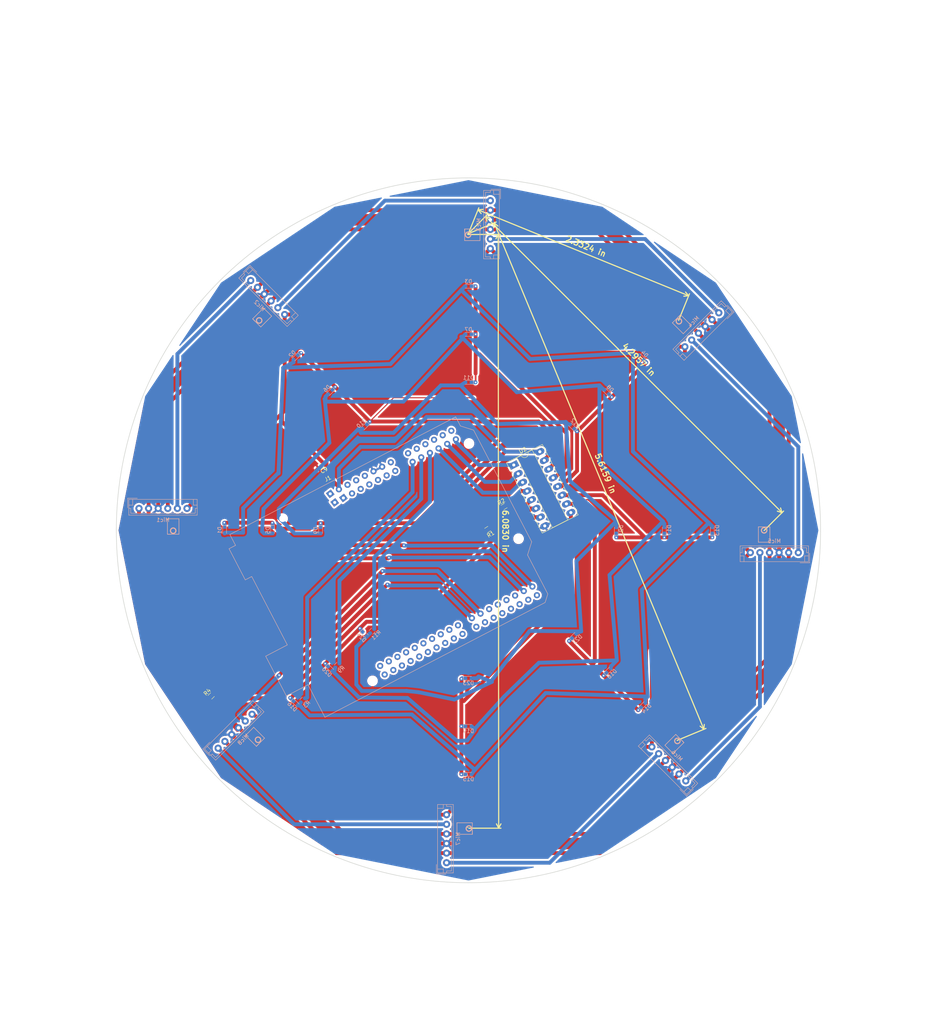
<source format=kicad_pcb>
(kicad_pcb (version 4) (host pcbnew 4.0.7)
  (title_block (date 2-28-18))
  (layers (0 F.Cu signal) (31 B.Cu signal) (34 B.Paste user hide) (35 F.Paste user hide) (36 B.SilkS user) (37 F.SilkS user) (38 B.Mask user) (39 F.Mask user) (44 Edge.Cuts user))
  (net 0 "")
  (net 1 GND)
  (net 2 /Clock)
  (net 3 /WS)
  (net 4 /SerialData)
  (net 5 /LEDArray/LEDSA)
  (net 6 /LEDArray/LEDSB)
  (net 7 /LEDArray/LEDSC)
  (net 8 "Net-(R1-Pad1)")
  (net 9 +3V3)
  (net 10 "Net-(R2-Pad1)")
  (net 11 /LEDArray/ColSelectA)
  (net 12 /LEDArray/Row1)
  (net 13 /LEDArray/Row2)
  (net 14 /LEDArray/Row3)
  (net 15 /LEDArray/Row4)
  (net 16 /LEDArray/ColSelectB)
  (net 17 /LEDArray/ColSelectC)
  (net 18 /LEDArray/Row5)
  (net 19 /LEDArray/Row6)
  (net 20 /LEDArray/Row7)
  (net 21 /LEDArray/Row8)
  (net 22 /LEDArray/RowSelectC)
  (net 23 /LEDArray/RowSelectA)
  (net 24 /LEDArray/RowSelectB)
  (net 25 /WISO)
  (net 26 "Net-(Mic1-Pad1)")
  (net 27 "Net-(Mic2-Pad1)")
  (net 28 "Net-(Mic3-Pad1)")
  (net 29 "Net-(Mic4-Pad1)")
  (net 30 "Net-(Mic5-Pad1)")
  (net 31 "Net-(Mic6-Pad1)")
  (net 32 "Net-(Mic7-Pad1)")
  (module Resistors_SMD:R_0603 (layer F.Cu) (at 132 101.3 212.5)
    (fp_text reference R1 (at 0 -1.45 212.5) (layer F.SilkS))
    (fp_text value 1k)
    (pad 1 smd rect (at -0.75 0 212.5) (size 0.5 0.9) (layers F.Cu F.Paste F.Mask) (net 8 "Net-(R1-Pad1)"))
    (pad 2 smd rect (at 0.75 0 212.5) (size 0.5 0.9) (layers F.Cu F.Paste F.Mask) (net 9 +3V3))
  )
  (module Resistors_SMD:R_0603 (layer F.Cu) (at 136.3 95.3 211.5)
    (fp_text reference R2 (at -0.019804 1.417776 211.5) (layer F.SilkS))
    (fp_text value 1k)
    (pad 1 smd rect (at -0.75 0 211.5) (size 0.5 0.9) (layers F.Cu F.Paste F.Mask) (net 10 "Net-(R2-Pad1)"))
    (pad 2 smd rect (at 0.75 0 211.5) (size 0.5 0.9) (layers F.Cu F.Paste F.Mask) (net 1 GND))
  )
  (module Resistors_SMD:R_0603 (layer B.Cu) (at 83.87588 145.73504 45)
    (fp_text reference R3 (at 0 1.45 45) (layer B.SilkS) (effects (justify mirror)))
    (fp_text value 100)
    (pad 1 smd rect (at -0.75 0 45) (size 0.5 0.9) (layers B.Cu B.Paste B.Mask) (net 5 /LEDArray/LEDSA))
    (pad 2 smd rect (at 0.75 0 45) (size 0.5 0.9) (layers B.Cu B.Paste B.Mask) (net 11 /LEDArray/ColSelectA))
  )
  (module Resistors_SMD:R_0603 (layer B.Cu) (at 92.87256 136.68248 45)
    (fp_text reference R9 (at 0 1.45 45) (layer B.SilkS) (effects (justify mirror)))
    (fp_text value 100)
    (pad 1 smd rect (at -0.75 0 45) (size 0.5 0.9) (layers B.Cu B.Paste B.Mask) (net 6 /LEDArray/LEDSB))
    (pad 2 smd rect (at 0.75 0 45) (size 0.5 0.9) (layers B.Cu B.Paste B.Mask) (net 16 /LEDArray/ColSelectB))
  )
  (module Resistors_SMD:R_0603 (layer B.Cu) (at 101.92512 127.74168 45)
    (fp_text reference R11 (at 0 1.45 45) (layer B.SilkS) (effects (justify mirror)))
    (fp_text value 100)
    (pad 1 smd rect (at -0.75 0 45) (size 0.5 0.9) (layers B.Cu B.Paste B.Mask) (net 7 /LEDArray/LEDSC))
    (pad 2 smd rect (at 0.75 0 45) (size 0.5 0.9) (layers B.Cu B.Paste B.Mask) (net 17 /LEDArray/ColSelectC))
  )
  (module Capacitors_SMD:C_0603_HandSoldering (layer F.Cu) (at 88.7 84.8 213)
    (fp_text reference C9 (at 0 -1.25 213) (layer F.SilkS))
    (fp_text value 10uF)
    (pad 1 smd rect (at -0.95 0 213) (size 1.2 0.75) (layers F.Cu F.Paste F.Mask) (net 9 +3V3))
    (pad 2 smd rect (at 0.95 0 213) (size 1.2 0.75) (layers F.Cu F.Paste F.Mask) (net 1 GND))
  )
  (module Resistors_SMD:R_0603 (layer F.Cu) (at 60 144.6 45)
    (fp_text reference R4 (at 0 -1.45 45) (layer F.SilkS))
    (fp_text value 100k)
    (pad 1 smd rect (at -0.75 0 45) (size 0.5 0.9) (layers F.Cu F.Paste F.Mask) (net 4 /SerialData))
    (pad 2 smd rect (at 0.75 0 45) (size 0.5 0.9) (layers F.Cu F.Paste F.Mask) (net 1 GND))
  )
  (module KiKadCustLib:ArduinoLike (layer F.Cu) (at 91 92 27.5)
    (fp_text reference J1 (at 1.27 -3.81 207.5) (layer F.SilkS))
    (fp_text value Conn_01x12_Male)
    (pad 4 thru_hole oval (at 33.02 45.72 117.5) (size 1.6 1.6) (drill 0.8) (layers *.Cu *.Mask) (net 3 /WS))
    (pad 3 thru_hole oval (at 35.56 45.72 117.5) (size 1.6 1.6) (drill 0.8) (layers *.Cu *.Mask) (net 2 /Clock))
    (pad 0 thru_hole oval (at -4.06 45.72 117.5) (size 1.6 1.6) (drill 0.8) (layers *.Cu *.Mask))
    (pad 29 thru_hole oval (at -1.52 45.72 117.5) (size 1.6 1.6) (drill 0.8) (layers *.Cu *.Mask))
    (pad 28 thru_hole oval (at 1.02 45.72 117.5) (size 1.6 1.6) (drill 0.8) (layers *.Cu *.Mask))
    (pad 27 thru_hole oval (at 3.56 45.72 117.5) (size 1.6 1.6) (drill 0.8) (layers *.Cu *.Mask))
    (pad 26 thru_hole oval (at 6.1 45.72 117.5) (size 1.6 1.6) (drill 0.8) (layers *.Cu *.Mask))
    (pad 13 thru_hole oval (at 8.64 45.72 117.5) (size 1.6 1.6) (drill 0.8) (layers *.Cu *.Mask))
    (pad 13 thru_hole oval (at 11.18 45.72 117.5) (size 1.6 1.6) (drill 0.8) (layers *.Cu *.Mask))
    (pad 13 thru_hole oval (at 13.72 45.72 117.5) (size 1.6 1.6) (drill 0.8) (layers *.Cu *.Mask))
    (pad 5 thru_hole oval (at 17.78 45.72 117.5) (size 1.6 1.6) (drill 0.8) (layers *.Cu *.Mask) (net 4 /SerialData))
    (pad 6 thru_hole oval (at 20.32 45.72 117.5) (size 1.6 1.6) (drill 0.8) (layers *.Cu *.Mask) (net 25 /WISO))
    (pad 13 thru_hole oval (at 22.86 45.72 117.5) (size 1.6 1.6) (drill 0.8) (layers *.Cu *.Mask))
    (pad 13 thru_hole oval (at 25.4 45.72 117.5) (size 1.6 1.6) (drill 0.8) (layers *.Cu *.Mask))
    (pad 13 thru_hole oval (at 27.94 45.72 117.5) (size 1.6 1.6) (drill 0.8) (layers *.Cu *.Mask))
    (pad 13 thru_hole oval (at 30.48 45.72 117.5) (size 1.6 1.6) (drill 0.8) (layers *.Cu *.Mask))
    (pad 13 thru_hole oval (at -6.6 45.72 117.5) (size 1.6 1.6) (drill 0.8) (layers *.Cu *.Mask))
    (pad 0 thru_hole oval (at -9.14 45.72 117.5) (size 1.6 1.6) (drill 0.8) (layers *.Cu *.Mask))
    (pad 7 thru_hole oval (at 35.56 2.54 117.5) (size 1.6 1.6) (drill 0.8) (layers *.Cu *.Mask) (net 23 /LEDArray/RowSelectA))
    (pad 8 thru_hole oval (at 33.02 2.54 117.5) (size 1.6 1.6) (drill 0.8) (layers *.Cu *.Mask) (net 24 /LEDArray/RowSelectB))
    (pad 9 thru_hole oval (at 30.48 2.54 117.5) (size 1.6 1.6) (drill 0.8) (layers *.Cu *.Mask) (net 22 /LEDArray/RowSelectC))
    (pad 12 thru_hole oval (at 27.94 2.54 117.5) (size 1.6 1.6) (drill 0.8) (layers *.Cu *.Mask) (net 17 /LEDArray/ColSelectC))
    (pad 11 thru_hole oval (at 25.4 2.54 117.5) (size 1.6 1.6) (drill 0.8) (layers *.Cu *.Mask) (net 16 /LEDArray/ColSelectB))
    (pad 10 thru_hole oval (at 22.86 2.54 117.5) (size 1.6 1.6) (drill 0.8) (layers *.Cu *.Mask) (net 11 /LEDArray/ColSelectA))
    (pad 0 thru_hole oval (at 17.78 2.54 117.5) (size 1.6 1.6) (drill 0.8) (layers *.Cu *.Mask))
    (pad 0 thru_hole oval (at 15.24 2.54 117.5) (size 1.6 1.6) (drill 0.8) (layers *.Cu *.Mask))
    (pad 0 thru_hole oval (at 12.7 2.54 117.5) (size 1.6 1.6) (drill 0.8) (layers *.Cu *.Mask))
    (pad 0 thru_hole oval (at 10.16 2.54 117.5) (size 1.6 1.6) (drill 0.8) (layers *.Cu *.Mask))
    (pad 0 thru_hole oval (at 7.62 2.54 117.5) (size 1.6 1.6) (drill 0.8) (layers *.Cu *.Mask))
    (pad 0 thru_hole oval (at 5.08 2.54 117.5) (size 1.6 1.6) (drill 0.8) (layers *.Cu *.Mask))
    (pad 0 thru_hole rect (at 2.54 2.54 127.5) (size 1.6 1.6) (drill 0.8) (layers *.Cu *.Mask))
    (pad 0 thru_hole rect (at 0 2.54 127.5) (size 1.6 1.6) (drill 0.8) (layers *.Cu *.Mask))
    (pad 32 thru_hole oval (at -9.14 48.26 117.5) (size 1.6 1.6) (drill 0.8) (layers *.Cu *.Mask))
    (pad 31 thru_hole oval (at -6.6 48.26 117.5) (size 1.6 1.6) (drill 0.8) (layers *.Cu *.Mask))
    (pad 0 thru_hole rect (at 0 0 127.5) (size 1.6 1.6) (drill 0.8) (layers *.Cu *.Mask))
    (pad 17 thru_hole oval (at 30.48 48.26 117.5) (size 1.6 1.6) (drill 0.8) (layers *.Cu *.Mask))
    (pad 1 thru_hole oval (at 2.54 0 117.5) (size 1.6 1.6) (drill 0.8) (layers *.Cu *.Mask) (net 9 +3V3))
    (pad 18 thru_hole oval (at 27.94 48.26 117.5) (size 1.6 1.6) (drill 0.8) (layers *.Cu *.Mask))
    (pad 13 thru_hole oval (at 5.08 0 117.5) (size 1.6 1.6) (drill 0.8) (layers *.Cu *.Mask))
    (pad 19 thru_hole oval (at 25.4 48.26 117.5) (size 1.6 1.6) (drill 0.8) (layers *.Cu *.Mask))
    (pad 13 thru_hole oval (at 7.62 0 117.5) (size 1.6 1.6) (drill 0.8) (layers *.Cu *.Mask))
    (pad 20 thru_hole oval (at 22.86 48.26 117.5) (size 1.6 1.6) (drill 0.8) (layers *.Cu *.Mask))
    (pad 13 thru_hole oval (at 10.16 0 117.5) (size 1.6 1.6) (drill 0.8) (layers *.Cu *.Mask))
    (pad 21 thru_hole oval (at 20.32 48.26 117.5) (size 1.6 1.6) (drill 0.8) (layers *.Cu *.Mask))
    (pad 2 thru_hole oval (at 12.7 0 117.5) (size 1.6 1.6) (drill 0.8) (layers *.Cu *.Mask) (net 1 GND))
    (pad 22 thru_hole oval (at 17.78 48.26 117.5) (size 1.6 1.6) (drill 0.8) (layers *.Cu *.Mask))
    (pad 2 thru_hole oval (at 15.24 0 117.5) (size 1.6 1.6) (drill 0.8) (layers *.Cu *.Mask) (net 1 GND))
    (pad 23 thru_hole oval (at 13.72 48.26 117.5) (size 1.6 1.6) (drill 0.8) (layers *.Cu *.Mask))
    (pad 13 thru_hole oval (at 17.78 0 117.5) (size 1.6 1.6) (drill 0.8) (layers *.Cu *.Mask))
    (pad 24 thru_hole oval (at 11.18 48.26 117.5) (size 1.6 1.6) (drill 0.8) (layers *.Cu *.Mask))
    (pad 13 thru_hole oval (at 22.86 0 117.5) (size 1.6 1.6) (drill 0.8) (layers *.Cu *.Mask))
    (pad 25 thru_hole oval (at 8.64 48.26 117.5) (size 1.6 1.6) (drill 0.8) (layers *.Cu *.Mask))
    (pad 13 thru_hole oval (at 25.4 0 117.5) (size 1.6 1.6) (drill 0.8) (layers *.Cu *.Mask))
    (pad 26 thru_hole oval (at 6.1 48.26 117.5) (size 1.6 1.6) (drill 0.8) (layers *.Cu *.Mask))
    (pad 13 thru_hole oval (at 27.94 0 117.5) (size 1.6 1.6) (drill 0.8) (layers *.Cu *.Mask))
    (pad 27 thru_hole oval (at 3.56 48.26 117.5) (size 1.6 1.6) (drill 0.8) (layers *.Cu *.Mask))
    (pad 13 thru_hole oval (at 30.48 0 117.5) (size 1.6 1.6) (drill 0.8) (layers *.Cu *.Mask))
    (pad 28 thru_hole oval (at 1.02 48.26 117.5) (size 1.6 1.6) (drill 0.8) (layers *.Cu *.Mask))
    (pad 13 thru_hole oval (at 33.02 0 117.5) (size 1.6 1.6) (drill 0.8) (layers *.Cu *.Mask))
    (pad 29 thru_hole oval (at -1.52 48.26 117.5) (size 1.6 1.6) (drill 0.8) (layers *.Cu *.Mask))
    (pad 14 thru_hole oval (at 35.56 0 117.5) (size 1.6 1.6) (drill 0.8) (layers *.Cu *.Mask))
    (pad 30 thru_hole oval (at -4.06 48.26 117.5) (size 1.6 1.6) (drill 0.8) (layers *.Cu *.Mask))
    (pad 15 thru_hole oval (at 35.56 48.26 117.5) (size 1.6 1.6) (drill 0.8) (layers *.Cu *.Mask))
    (pad 16 thru_hole oval (at 33.02 48.26 117.5) (size 1.6 1.6) (drill 0.8) (layers *.Cu *.Mask))
    (pad "" np_thru_hole circle (at -13.97 0 117.5) (size 1.78 1.78) (drill 1.78) (layers *.Cu *.Mask))
    (pad "" np_thru_hole circle (at -12.7 48.26 117.5) (size 1.78 1.78) (drill 1.78) (layers *.Cu *.Mask))
    (pad "" np_thru_hole circle (at 38.1 33.02 117.5) (size 1.78 1.78) (drill 1.78) (layers *.Cu *.Mask))
    (pad "" np_thru_hole circle (at 38.1 5.08 117.5) (size 1.78 1.78) (drill 1.78) (layers *.Cu *.Mask))
  )
  (module LEDs:LED_0603 (layer B.Cu) (at 63.5 101.5 270)
    (fp_text reference D1 (at 0 1.25 270) (layer B.SilkS) (effects (justify mirror)))
    (fp_text value LED)
    (pad 2 smd rect (at 0.8 0 90) (size 0.8 0.8) (layers B.Cu B.Paste B.Mask) (net 5 /LEDArray/LEDSA))
    (pad 1 smd rect (at -0.8 0 90) (size 0.8 0.8) (layers B.Cu B.Paste B.Mask) (net 12 /LEDArray/Row1))
  )
  (module LEDs:LED_0603 (layer B.Cu) (at 82 56.5 225)
    (fp_text reference D2 (at 0 1.25 225) (layer B.SilkS) (effects (justify mirror)))
    (fp_text value LED)
    (pad 2 smd rect (at 0.8 0 45) (size 0.8 0.8) (layers B.Cu B.Paste B.Mask) (net 5 /LEDArray/LEDSA))
    (pad 1 smd rect (at -0.8 0 45) (size 0.8 0.8) (layers B.Cu B.Paste B.Mask) (net 13 /LEDArray/Row2))
  )
  (module LEDs:LED_0603 (layer B.Cu) (at 127 38 180)
    (fp_text reference D3 (at 0 1.25 180) (layer B.SilkS) (effects (justify mirror)))
    (fp_text value LED)
    (pad 2 smd rect (at 0.8 0) (size 0.8 0.8) (layers B.Cu B.Paste B.Mask) (net 5 /LEDArray/LEDSA))
    (pad 1 smd rect (at -0.8 0) (size 0.8 0.8) (layers B.Cu B.Paste B.Mask) (net 14 /LEDArray/Row3))
  )
  (module LEDs:LED_0603 (layer B.Cu) (at 172 56.5 135)
    (fp_text reference D4 (at 0 1.25 135) (layer B.SilkS) (effects (justify mirror)))
    (fp_text value LED)
    (pad 2 smd rect (at 0.8 0 315) (size 0.8 0.8) (layers B.Cu B.Paste B.Mask) (net 5 /LEDArray/LEDSA))
    (pad 1 smd rect (at -0.8 0 315) (size 0.8 0.8) (layers B.Cu B.Paste B.Mask) (net 15 /LEDArray/Row4))
  )
  (module LEDs:LED_0603 (layer B.Cu) (at 76 101.5 270)
    (fp_text reference D5 (at 0 1.25 270) (layer B.SilkS) (effects (justify mirror)))
    (fp_text value LED)
    (pad 2 smd rect (at 0.8 0 90) (size 0.8 0.8) (layers B.Cu B.Paste B.Mask) (net 6 /LEDArray/LEDSB))
    (pad 1 smd rect (at -0.8 0 90) (size 0.8 0.8) (layers B.Cu B.Paste B.Mask) (net 12 /LEDArray/Row1))
  )
  (module LEDs:LED_0603 (layer B.Cu) (at 91 65.5 225)
    (fp_text reference D6 (at 0 1.25 225) (layer B.SilkS) (effects (justify mirror)))
    (fp_text value LED)
    (pad 2 smd rect (at 0.8 0 45) (size 0.8 0.8) (layers B.Cu B.Paste B.Mask) (net 6 /LEDArray/LEDSB))
    (pad 1 smd rect (at -0.8 0 45) (size 0.8 0.8) (layers B.Cu B.Paste B.Mask) (net 13 /LEDArray/Row2))
  )
  (module LEDs:LED_0603 (layer B.Cu) (at 127 50.5 180)
    (fp_text reference D7 (at 0 1.25 180) (layer B.SilkS) (effects (justify mirror)))
    (fp_text value LED)
    (pad 2 smd rect (at 0.8 0) (size 0.8 0.8) (layers B.Cu B.Paste B.Mask) (net 6 /LEDArray/LEDSB))
    (pad 1 smd rect (at -0.8 0) (size 0.8 0.8) (layers B.Cu B.Paste B.Mask) (net 14 /LEDArray/Row3))
  )
  (module LEDs:LED_0603 (layer B.Cu) (at 163 65.5 135)
    (fp_text reference D8 (at 0 1.25 135) (layer B.SilkS) (effects (justify mirror)))
    (fp_text value LED)
    (pad 2 smd rect (at 0.8 0 315) (size 0.8 0.8) (layers B.Cu B.Paste B.Mask) (net 6 /LEDArray/LEDSB))
    (pad 1 smd rect (at -0.8 0 315) (size 0.8 0.8) (layers B.Cu B.Paste B.Mask) (net 15 /LEDArray/Row4))
  )
  (module LEDs:LED_0603 (layer B.Cu) (at 88.5 101.5 270)
    (fp_text reference D9 (at 0 1.25 270) (layer B.SilkS) (effects (justify mirror)))
    (fp_text value LED)
    (pad 2 smd rect (at 0.8 0 90) (size 0.8 0.8) (layers B.Cu B.Paste B.Mask) (net 7 /LEDArray/LEDSC))
    (pad 1 smd rect (at -0.8 0 90) (size 0.8 0.8) (layers B.Cu B.Paste B.Mask) (net 12 /LEDArray/Row1))
  )
  (module LEDs:LED_0603 (layer B.Cu) (at 100 74.5 225)
    (fp_text reference D10 (at 0 1.25 225) (layer B.SilkS) (effects (justify mirror)))
    (fp_text value LED)
    (pad 2 smd rect (at 0.8 0 45) (size 0.8 0.8) (layers B.Cu B.Paste B.Mask) (net 7 /LEDArray/LEDSC))
    (pad 1 smd rect (at -0.8 0 45) (size 0.8 0.8) (layers B.Cu B.Paste B.Mask) (net 13 /LEDArray/Row2))
  )
  (module LEDs:LED_0603 (layer B.Cu) (at 127 63 180)
    (fp_text reference D11 (at 0 1.25 180) (layer B.SilkS) (effects (justify mirror)))
    (fp_text value LED)
    (pad 2 smd rect (at 0.8 0) (size 0.8 0.8) (layers B.Cu B.Paste B.Mask) (net 7 /LEDArray/LEDSC))
    (pad 1 smd rect (at -0.8 0) (size 0.8 0.8) (layers B.Cu B.Paste B.Mask) (net 14 /LEDArray/Row3))
  )
  (module LEDs:LED_0603 (layer B.Cu) (at 154 74.5 135)
    (fp_text reference D12 (at 0 1.25 135) (layer B.SilkS) (effects (justify mirror)))
    (fp_text value LED)
    (pad 2 smd rect (at 0.8 0 315) (size 0.8 0.8) (layers B.Cu B.Paste B.Mask) (net 7 /LEDArray/LEDSC))
    (pad 1 smd rect (at -0.8 0 315) (size 0.8 0.8) (layers B.Cu B.Paste B.Mask) (net 15 /LEDArray/Row4))
  )
  (module LEDs:LED_0603 (layer B.Cu) (at 190.5 101.5 90)
    (fp_text reference D13 (at 0 1.25 90) (layer B.SilkS) (effects (justify mirror)))
    (fp_text value LED)
    (pad 2 smd rect (at 0.8 0 270) (size 0.8 0.8) (layers B.Cu B.Paste B.Mask) (net 5 /LEDArray/LEDSA))
    (pad 1 smd rect (at -0.8 0 270) (size 0.8 0.8) (layers B.Cu B.Paste B.Mask) (net 18 /LEDArray/Row5))
  )
  (module LEDs:LED_0603 (layer B.Cu) (at 172.5 147 45)
    (fp_text reference D14 (at 0 1.25 45) (layer B.SilkS) (effects (justify mirror)))
    (fp_text value LED)
    (pad 2 smd rect (at 0.8 0 225) (size 0.8 0.8) (layers B.Cu B.Paste B.Mask) (net 5 /LEDArray/LEDSA))
    (pad 1 smd rect (at -0.8 0 225) (size 0.8 0.8) (layers B.Cu B.Paste B.Mask) (net 19 /LEDArray/Row6))
  )
  (module LEDs:LED_0603 (layer B.Cu) (at 127 165)
    (fp_text reference D15 (at 0 1.25) (layer B.SilkS) (effects (justify mirror)))
    (fp_text value LED)
    (pad 2 smd rect (at 0.8 0 180) (size 0.8 0.8) (layers B.Cu B.Paste B.Mask) (net 5 /LEDArray/LEDSA))
    (pad 1 smd rect (at -0.8 0 180) (size 0.8 0.8) (layers B.Cu B.Paste B.Mask) (net 20 /LEDArray/Row7))
  )
  (module LEDs:LED_0603 (layer B.Cu) (at 82 146.5 315)
    (fp_text reference D16 (at 0 1.25 315) (layer B.SilkS) (effects (justify mirror)))
    (fp_text value LED)
    (pad 2 smd rect (at 0.8 0 135) (size 0.8 0.8) (layers B.Cu B.Paste B.Mask) (net 5 /LEDArray/LEDSA))
    (pad 1 smd rect (at -0.8 0 135) (size 0.8 0.8) (layers B.Cu B.Paste B.Mask) (net 21 /LEDArray/Row8))
  )
  (module LEDs:LED_0603 (layer B.Cu) (at 178 101.5 90)
    (fp_text reference D17 (at 0 1.25 90) (layer B.SilkS) (effects (justify mirror)))
    (fp_text value LED)
    (pad 2 smd rect (at 0.8 0 270) (size 0.8 0.8) (layers B.Cu B.Paste B.Mask) (net 6 /LEDArray/LEDSB))
    (pad 1 smd rect (at -0.8 0 270) (size 0.8 0.8) (layers B.Cu B.Paste B.Mask) (net 18 /LEDArray/Row5))
  )
  (module LEDs:LED_0603 (layer B.Cu) (at 163.5 138 45)
    (fp_text reference D18 (at 0 1.25 45) (layer B.SilkS) (effects (justify mirror)))
    (fp_text value LED)
    (pad 2 smd rect (at 0.8 0 225) (size 0.8 0.8) (layers B.Cu B.Paste B.Mask) (net 6 /LEDArray/LEDSB))
    (pad 1 smd rect (at -0.8 0 225) (size 0.8 0.8) (layers B.Cu B.Paste B.Mask) (net 19 /LEDArray/Row6))
  )
  (module LEDs:LED_0603 (layer B.Cu) (at 127 152.5)
    (fp_text reference D19 (at 0 1.25) (layer B.SilkS) (effects (justify mirror)))
    (fp_text value LED)
    (pad 2 smd rect (at 0.8 0 180) (size 0.8 0.8) (layers B.Cu B.Paste B.Mask) (net 6 /LEDArray/LEDSB))
    (pad 1 smd rect (at -0.8 0 180) (size 0.8 0.8) (layers B.Cu B.Paste B.Mask) (net 20 /LEDArray/Row7))
  )
  (module LEDs:LED_0603 (layer B.Cu) (at 91 137.5 315)
    (fp_text reference D20 (at 0 1.25 315) (layer B.SilkS) (effects (justify mirror)))
    (fp_text value LED)
    (pad 2 smd rect (at 0.8 0 135) (size 0.8 0.8) (layers B.Cu B.Paste B.Mask) (net 6 /LEDArray/LEDSB))
    (pad 1 smd rect (at -0.8 0 135) (size 0.8 0.8) (layers B.Cu B.Paste B.Mask) (net 21 /LEDArray/Row8))
  )
  (module LEDs:LED_0603 (layer B.Cu) (at 165.5 101.5 90)
    (fp_text reference D21 (at 0 1.25 90) (layer B.SilkS) (effects (justify mirror)))
    (fp_text value LED)
    (pad 2 smd rect (at 0.8 0 270) (size 0.8 0.8) (layers B.Cu B.Paste B.Mask) (net 7 /LEDArray/LEDSC))
    (pad 1 smd rect (at -0.8 0 270) (size 0.8 0.8) (layers B.Cu B.Paste B.Mask) (net 18 /LEDArray/Row5))
  )
  (module LEDs:LED_0603 (layer B.Cu) (at 154.5 129 45)
    (fp_text reference D22 (at 0 1.25 45) (layer B.SilkS) (effects (justify mirror)))
    (fp_text value LED)
    (pad 2 smd rect (at 0.8 0 225) (size 0.8 0.8) (layers B.Cu B.Paste B.Mask) (net 7 /LEDArray/LEDSC))
    (pad 1 smd rect (at -0.8 0 225) (size 0.8 0.8) (layers B.Cu B.Paste B.Mask) (net 19 /LEDArray/Row6))
  )
  (module LEDs:LED_0603 (layer B.Cu) (at 127 140)
    (fp_text reference D23 (at 0 1.25) (layer B.SilkS) (effects (justify mirror)))
    (fp_text value LED)
    (pad 2 smd rect (at 0.8 0 180) (size 0.8 0.8) (layers B.Cu B.Paste B.Mask) (net 7 /LEDArray/LEDSC))
    (pad 1 smd rect (at -0.8 0 180) (size 0.8 0.8) (layers B.Cu B.Paste B.Mask) (net 20 /LEDArray/Row7))
  )
  (module LEDs:LED_0603 (layer B.Cu) (at 100 128.5 315)
    (fp_text reference D24 (at 0 1.25 315) (layer B.SilkS) (effects (justify mirror)))
    (fp_text value LED)
    (pad 2 smd rect (at 0.8 0 135) (size 0.8 0.8) (layers B.Cu B.Paste B.Mask) (net 7 /LEDArray/LEDSC))
    (pad 1 smd rect (at -0.8 0 135) (size 0.8 0.8) (layers B.Cu B.Paste B.Mask) (net 21 /LEDArray/Row8))
  )
  (module KiKadCustLib:MicBoard (layer B.Cu) (at 41.2 95.8)
    (fp_text reference Mic1 (at 6.25 3) (layer B.SilkS) (effects (justify mirror)))
    (fp_text value ICS-52000)
    (pad 5 thru_hole circle (at 0 0) (size 1.85 1.85) (drill 0.9) (layers *.Cu *.Mask) (net 3 /WS))
    (pad 6 thru_hole circle (at 2.5 0) (size 1.85 1.85) (drill 0.9) (layers *.Cu *.Mask) (net 2 /Clock))
    (pad 4 thru_hole circle (at 5 0) (size 1.85 1.85) (drill 0.9) (layers *.Cu *.Mask) (net 1 GND))
    (pad 7 thru_hole circle (at 7.5 0) (size 1.85 1.85) (drill 0.9) (layers *.Cu *.Mask) (net 4 /SerialData))
    (pad 1 thru_hole circle (at 10 0) (size 1.85 1.85) (drill 0.9) (layers *.Cu *.Mask) (net 26 "Net-(Mic1-Pad1)"))
    (pad 2 thru_hole circle (at 12.5 0) (size 1.85 1.85) (drill 0.9) (layers *.Cu *.Mask) (net 9 +3V3))
  )
  (module KiKadCustLib:MicBoard (layer B.Cu) (at 70.3 36.5 315)
    (fp_text reference Mic2 (at 6.25 3 315) (layer B.SilkS) (effects (justify mirror)))
    (fp_text value ICS-52000)
    (pad 5 thru_hole circle (at 0 0 315) (size 1.85 1.85) (drill 0.9) (layers *.Cu *.Mask) (net 26 "Net-(Mic1-Pad1)"))
    (pad 6 thru_hole circle (at 2.5 0 315) (size 1.85 1.85) (drill 0.9) (layers *.Cu *.Mask) (net 2 /Clock))
    (pad 4 thru_hole circle (at 5 0 315) (size 1.85 1.85) (drill 0.9) (layers *.Cu *.Mask) (net 1 GND))
    (pad 7 thru_hole circle (at 7.5 0 315) (size 1.85 1.85) (drill 0.9) (layers *.Cu *.Mask) (net 4 /SerialData))
    (pad 1 thru_hole circle (at 10 0 315) (size 1.85 1.85) (drill 0.9) (layers *.Cu *.Mask) (net 27 "Net-(Mic2-Pad1)"))
    (pad 2 thru_hole circle (at 12.5 0 315) (size 1.85 1.85) (drill 0.9) (layers *.Cu *.Mask) (net 9 +3V3))
  )
  (module KiKadCustLib:MicBoard (layer B.Cu) (at 132.7 15.7 270)
    (fp_text reference Mic3 (at 6.25 3 270) (layer B.SilkS) (effects (justify mirror)))
    (fp_text value ICS-52000)
    (pad 5 thru_hole circle (at 0 0 270) (size 1.85 1.85) (drill 0.9) (layers *.Cu *.Mask) (net 27 "Net-(Mic2-Pad1)"))
    (pad 6 thru_hole circle (at 2.5 0 270) (size 1.85 1.85) (drill 0.9) (layers *.Cu *.Mask) (net 2 /Clock))
    (pad 4 thru_hole circle (at 5 0 270) (size 1.85 1.85) (drill 0.9) (layers *.Cu *.Mask) (net 1 GND))
    (pad 7 thru_hole circle (at 7.5 0 270) (size 1.85 1.85) (drill 0.9) (layers *.Cu *.Mask) (net 4 /SerialData))
    (pad 1 thru_hole circle (at 10 0 270) (size 1.85 1.85) (drill 0.9) (layers *.Cu *.Mask) (net 28 "Net-(Mic3-Pad1)"))
    (pad 2 thru_hole circle (at 12.5 0 270) (size 1.85 1.85) (drill 0.9) (layers *.Cu *.Mask) (net 9 +3V3))
  )
  (module KiKadCustLib:MicBoard (layer B.Cu) (at 192.2 44.9 225)
    (fp_text reference Mic4 (at 6.25 3 225) (layer B.SilkS) (effects (justify mirror)))
    (fp_text value ICS-52000)
    (pad 5 thru_hole circle (at 0 0 225) (size 1.85 1.85) (drill 0.9) (layers *.Cu *.Mask) (net 28 "Net-(Mic3-Pad1)"))
    (pad 6 thru_hole circle (at 2.5 0 225) (size 1.85 1.85) (drill 0.9) (layers *.Cu *.Mask) (net 2 /Clock))
    (pad 4 thru_hole circle (at 5 0 225) (size 1.85 1.85) (drill 0.9) (layers *.Cu *.Mask) (net 1 GND))
    (pad 7 thru_hole circle (at 7.5 0 225) (size 1.85 1.85) (drill 0.9) (layers *.Cu *.Mask) (net 4 /SerialData))
    (pad 1 thru_hole circle (at 10 0 225) (size 1.85 1.85) (drill 0.9) (layers *.Cu *.Mask) (net 29 "Net-(Mic4-Pad1)"))
    (pad 2 thru_hole circle (at 12.5 0 225) (size 1.85 1.85) (drill 0.9) (layers *.Cu *.Mask) (net 9 +3V3))
  )
  (module KiKadCustLib:MicBoard (layer B.Cu) (at 212.9 107.3 180)
    (fp_text reference Mic5 (at 6.25 3 180) (layer B.SilkS) (effects (justify mirror)))
    (fp_text value ICS-52000)
    (pad 5 thru_hole circle (at 0 0 180) (size 1.85 1.85) (drill 0.9) (layers *.Cu *.Mask) (net 29 "Net-(Mic4-Pad1)"))
    (pad 6 thru_hole circle (at 2.5 0 180) (size 1.85 1.85) (drill 0.9) (layers *.Cu *.Mask) (net 2 /Clock))
    (pad 4 thru_hole circle (at 5 0 180) (size 1.85 1.85) (drill 0.9) (layers *.Cu *.Mask) (net 1 GND))
    (pad 7 thru_hole circle (at 7.5 0 180) (size 1.85 1.85) (drill 0.9) (layers *.Cu *.Mask) (net 4 /SerialData))
    (pad 1 thru_hole circle (at 10 0 180) (size 1.85 1.85) (drill 0.9) (layers *.Cu *.Mask) (net 30 "Net-(Mic5-Pad1)"))
    (pad 2 thru_hole circle (at 12.5 0 180) (size 1.85 1.85) (drill 0.9) (layers *.Cu *.Mask) (net 9 +3V3))
  )
  (module KiKadCustLib:MicBoard (layer B.Cu) (at 183.6 166.7 135)
    (fp_text reference Mic6 (at 6.25 3 135) (layer B.SilkS) (effects (justify mirror)))
    (fp_text value ICS-52000)
    (pad 5 thru_hole circle (at 0 0 135) (size 1.85 1.85) (drill 0.9) (layers *.Cu *.Mask) (net 30 "Net-(Mic5-Pad1)"))
    (pad 6 thru_hole circle (at 2.5 0 135) (size 1.85 1.85) (drill 0.9) (layers *.Cu *.Mask) (net 2 /Clock))
    (pad 4 thru_hole circle (at 5 0 135) (size 1.85 1.85) (drill 0.9) (layers *.Cu *.Mask) (net 1 GND))
    (pad 7 thru_hole circle (at 7.5 0 135) (size 1.85 1.85) (drill 0.9) (layers *.Cu *.Mask) (net 4 /SerialData))
    (pad 1 thru_hole circle (at 10 0 135) (size 1.85 1.85) (drill 0.9) (layers *.Cu *.Mask) (net 31 "Net-(Mic6-Pad1)"))
    (pad 2 thru_hole circle (at 12.5 0 135) (size 1.85 1.85) (drill 0.9) (layers *.Cu *.Mask) (net 9 +3V3))
  )
  (module KiKadCustLib:MicBoard (layer B.Cu) (at 121.3 188 90)
    (fp_text reference Mic7 (at 6.25 3 90) (layer B.SilkS) (effects (justify mirror)))
    (fp_text value ICS-52000)
    (pad 5 thru_hole circle (at 0 0 90) (size 1.85 1.85) (drill 0.9) (layers *.Cu *.Mask) (net 31 "Net-(Mic6-Pad1)"))
    (pad 6 thru_hole circle (at 2.5 0 90) (size 1.85 1.85) (drill 0.9) (layers *.Cu *.Mask) (net 2 /Clock))
    (pad 4 thru_hole circle (at 5 0 90) (size 1.85 1.85) (drill 0.9) (layers *.Cu *.Mask) (net 1 GND))
    (pad 7 thru_hole circle (at 7.5 0 90) (size 1.85 1.85) (drill 0.9) (layers *.Cu *.Mask) (net 4 /SerialData))
    (pad 1 thru_hole circle (at 10 0 90) (size 1.85 1.85) (drill 0.9) (layers *.Cu *.Mask) (net 32 "Net-(Mic7-Pad1)"))
    (pad 2 thru_hole circle (at 12.5 0 90) (size 1.85 1.85) (drill 0.9) (layers *.Cu *.Mask) (net 9 +3V3))
  )
  (module KiKadCustLib:MicBoard (layer B.Cu) (at 61.8 158.2 45)
    (fp_text reference Mic8 (at 6.25 3 45) (layer B.SilkS) (effects (justify mirror)))
    (fp_text value ICS-52000)
    (pad 5 thru_hole circle (at 0 0 45) (size 1.85 1.85) (drill 0.9) (layers *.Cu *.Mask) (net 32 "Net-(Mic7-Pad1)"))
    (pad 6 thru_hole circle (at 2.5 0 45) (size 1.85 1.85) (drill 0.9) (layers *.Cu *.Mask) (net 2 /Clock))
    (pad 4 thru_hole circle (at 5 0 45) (size 1.85 1.85) (drill 0.9) (layers *.Cu *.Mask) (net 1 GND))
    (pad 7 thru_hole circle (at 7.5 0 45) (size 1.85 1.85) (drill 0.9) (layers *.Cu *.Mask) (net 4 /SerialData))
    (pad 1 thru_hole circle (at 10 0 45) (size 1.85 1.85) (drill 0.9) (layers *.Cu *.Mask) (net 25 /WISO))
    (pad 2 thru_hole circle (at 12.5 0 45) (size 1.85 1.85) (drill 0.9) (layers *.Cu *.Mask) (net 9 +3V3))
  )
  (module Housings_DIP:DIP-16_W7.62mm_Socket_LongPads (layer F.Cu) (at 138.8 84.5 27)
    (fp_text reference U2 (at 3.81 -2.33 27) (layer F.SilkS))
    (fp_text value SN74HC138)
    (pad 1 thru_hole rect (at 0 0 27) (size 2.4 1.6) (drill 0.8) (layers *.Cu *.Mask) (net 23 /LEDArray/RowSelectA))
    (pad 9 thru_hole oval (at 7.62 17.78 27) (size 2.4 1.6) (drill 0.8) (layers *.Cu *.Mask) (net 20 /LEDArray/Row7))
    (pad 2 thru_hole oval (at 0 2.54 27) (size 2.4 1.6) (drill 0.8) (layers *.Cu *.Mask) (net 24 /LEDArray/RowSelectB))
    (pad 10 thru_hole oval (at 7.62 15.24 27) (size 2.4 1.6) (drill 0.8) (layers *.Cu *.Mask) (net 19 /LEDArray/Row6))
    (pad 3 thru_hole oval (at 0 5.08 27) (size 2.4 1.6) (drill 0.8) (layers *.Cu *.Mask) (net 22 /LEDArray/RowSelectC))
    (pad 11 thru_hole oval (at 7.62 12.7 27) (size 2.4 1.6) (drill 0.8) (layers *.Cu *.Mask) (net 18 /LEDArray/Row5))
    (pad 4 thru_hole oval (at 0 7.62 27) (size 2.4 1.6) (drill 0.8) (layers *.Cu *.Mask) (net 10 "Net-(R2-Pad1)"))
    (pad 12 thru_hole oval (at 7.62 10.16 27) (size 2.4 1.6) (drill 0.8) (layers *.Cu *.Mask) (net 15 /LEDArray/Row4))
    (pad 5 thru_hole oval (at 0 10.16 27) (size 2.4 1.6) (drill 0.8) (layers *.Cu *.Mask) (net 10 "Net-(R2-Pad1)"))
    (pad 13 thru_hole oval (at 7.62 7.62 27) (size 2.4 1.6) (drill 0.8) (layers *.Cu *.Mask) (net 14 /LEDArray/Row3))
    (pad 6 thru_hole oval (at 0 12.7 27) (size 2.4 1.6) (drill 0.8) (layers *.Cu *.Mask) (net 8 "Net-(R1-Pad1)"))
    (pad 14 thru_hole oval (at 7.62 5.08 27) (size 2.4 1.6) (drill 0.8) (layers *.Cu *.Mask) (net 13 /LEDArray/Row2))
    (pad 7 thru_hole oval (at 0 15.24 27) (size 2.4 1.6) (drill 0.8) (layers *.Cu *.Mask) (net 21 /LEDArray/Row8))
    (pad 15 thru_hole oval (at 7.62 2.54 27) (size 2.4 1.6) (drill 0.8) (layers *.Cu *.Mask) (net 12 /LEDArray/Row1))
    (pad 8 thru_hole oval (at 0 17.78 27) (size 2.4 1.6) (drill 0.8) (layers *.Cu *.Mask) (net 1 GND))
    (pad 16 thru_hole oval (at 7.62 0 27) (size 2.4 1.6) (drill 0.8) (layers *.Cu *.Mask) (net 9 +3V3))
  )
  (gr_line (start 126.746 178.816) (end 126.873 178.816) (angle 90) (layer F.SilkS) (width 0.2))
  (gr_line (start 203.962 101.6) (end 203.962 101.473) (angle 90) (layer F.SilkS) (width 0.2))
  (dimension 109.110149 (width 0.3) (layer F.SilkS) (gr_text "110 mm" (at 171.003355 57.397047 315.047157) (layer F.SilkS) (effects (font (size 1.5 1.5) (thickness 0.3)))) (feature1 (pts (xy 204.089 101.473) (xy 210.565163 94.986168))) (feature2 (pts (xy 126.873 24.384) (xy 133.349163 17.897168))) (crossbar (pts (xy 131.441547 19.807927) (xy 208.657547 96.896927))) (arrow1a (pts (xy 208.657547 96.896927) (xy 207.446013 96.516028))) (arrow1b (pts (xy 208.657547 96.896927) (xy 208.274654 95.686021))) (arrow2a (pts (xy 131.441547 19.807927) (xy 131.82444 21.018833))) (arrow2b (pts (xy 131.441547 19.807927) (xy 132.653081 20.188826))))
  (dimension 142.642755 (width 0.3) (layer F.SilkS) (gr_text "143 mm" (at 162.244603 86.876024 292.5099918) (layer F.SilkS) (effects (font (size 1.5 1.5) (thickness 0.3)))) (feature1 (pts (xy 126.746 24.384) (xy 136.186751 20.471584))) (feature2 (pts (xy 181.356 156.1592) (xy 190.796751 152.246784))) (crossbar (pts (xy 188.302456 153.280464) (xy 133.692456 21.505264))) (arrow1a (pts (xy 133.692456 21.505264) (xy 134.665475 22.321435))) (arrow1b (pts (xy 133.692456 21.505264) (xy 133.581989 22.770451))) (arrow2a (pts (xy 188.302456 153.280464) (xy 188.412923 152.015277))) (arrow2b (pts (xy 188.302456 153.280464) (xy 187.329437 152.464293))))
  (dimension 154.508252 (width 0.3) (layer F.SilkS) (gr_text "155 mm" (at 136.16091 101.757622 270.047095) (layer F.SilkS) (effects (font (size 1.5 1.5) (thickness 0.3)))) (feature1 (pts (xy 127.127 179.0192) (xy 137.57441 179.010613))) (feature2 (pts (xy 127 24.511) (xy 137.44741 24.502413))) (crossbar (pts (xy 134.747411 24.504632) (xy 134.874411 179.012832))) (arrow1a (pts (xy 134.874411 179.012832) (xy 134.287065 177.886811))) (arrow1b (pts (xy 134.874411 179.012832) (xy 135.459906 177.885847))) (arrow2a (pts (xy 134.747411 24.504632) (xy 134.161916 25.631617))) (arrow2b (pts (xy 134.747411 24.504632) (xy 135.334757 25.630653))))
  (dimension 59.242471 (width 0.3) (layer F.SilkS) (gr_text "60 mm" (at 157.422632 28.034631 337.8336542) (layer F.SilkS) (effects (font (size 1.5 1.5) (thickness 0.3)))) (feature1 (pts (xy 181.737 46.863) (xy 185.363983 37.960407))) (feature2 (pts (xy 126.873 24.511) (xy 130.499983 15.608407))) (crossbar (pts (xy 129.481281 18.108856) (xy 184.345281 40.460856))) (arrow1a (pts (xy 184.345281 40.460856) (xy 183.08078 40.578909))) (arrow1b (pts (xy 184.345281 40.460856) (xy 183.523289 39.49275))) (arrow2a (pts (xy 129.481281 18.108856) (xy 130.303273 19.076962))) (arrow2b (pts (xy 129.481281 18.108856) (xy 130.745782 17.990803))))
  (gr_circle (center 127 101.5) (end 210 62.5) (layer Edge.Cuts) (width 0.15))
  (segment (start 115.801168 133.548759) (end 116.213259 133.548759) (width 0.25) (layer F.Cu) (net 0))
  (segment (start 137.158401 119.567336) (end 137.158401 119.289501) (width 0.25) (layer B.Cu) (net 0))
  (segment (start 134.905394 120.740178) (end 134.875278 120.740178) (width 0.25) (layer B.Cu) (net 0))
  (segment (start 139.006595 118.394495) (end 139.411409 118.394495) (width 0.4) (layer F.Cu) (net 0))
  (segment (start 51.07 104.175) (end 51.175 104.175) (width 0.25) (layer F.Cu) (net 0))
  (segment (start 51.07 104.175) (end 51.07 104.23) (width 0.25) (layer F.Cu) (net 0))
  (segment (start 46.2 95.8) (end 46.2 67.671068) (width 1) (layer F.Cu) (net 1))
  (segment (start 46.2 67.671068) (end 73.835534 40.035534) (width 1) (layer F.Cu) (net 1))
  (segment (start 132.7 20.7) (end 93.171068 20.7) (width 1) (layer F.Cu) (net 1))
  (segment (start 93.171068 20.7) (end 73.835534 40.035534) (width 1) (layer F.Cu) (net 1))
  (segment (start 132.7 20.7) (end 160.928932 20.7) (width 1) (layer F.Cu) (net 1))
  (segment (start 160.928932 20.7) (end 188.664466 48.435534) (width 1) (layer F.Cu) (net 1))
  (segment (start 207.9 107.3) (end 207.9 67.671068) (width 1) (layer F.Cu) (net 1))
  (segment (start 207.9 67.671068) (end 188.664466 48.435534) (width 1) (layer F.Cu) (net 1))
  (segment (start 207.9 107.3) (end 207.9 135.328932) (width 1) (layer F.Cu) (net 1))
  (segment (start 207.9 135.328932) (end 180.064466 163.164466) (width 1) (layer F.Cu) (net 1))
  (segment (start 121.3 183) (end 160.228932 183) (width 1) (layer F.Cu) (net 1))
  (segment (start 160.228932 183) (end 180.064466 163.164466) (width 1) (layer F.Cu) (net 1))
  (segment (start 121.3 183) (end 93.671068 183) (width 1) (layer F.Cu) (net 1))
  (segment (start 93.671068 183) (end 65.335534 154.664466) (width 1) (layer F.Cu) (net 1))
  (segment (start 66 155) (end 66.2178 155.2178) (width 0.25) (layer F.Cu) (net 1))
  (segment (start 66.2178 155.2178) (end 66.2178 155.29052) (width 0.25) (layer F.Cu) (net 1))
  (segment (start 66.2178 155.29052) (end 66.2178 155.2178) (width 0.25) (layer F.Cu) (net 1))
  (segment (start 66 155) (end 66.2178 155.2178) (width 0.25) (layer F.Cu) (net 1))
  (segment (start 46 96) (end 46 95.88916) (width 1) (layer F.Cu) (net 1))
  (segment (start 45.9392 95.82836) (end 46 95.82836) (width 1) (layer F.Cu) (net 1))
  (segment (start 46 95.88916) (end 45.9392 95.82836) (width 1) (layer F.Cu) (net 1))
  (segment (start 43.7 95.8) (end 43.7 99.4) (width 1) (layer F.Cu) (net 2))
  (segment (start 132.918897 105.4) (end 143.653252 116.134355) (width 1) (layer B.Cu) (net 2))
  (segment (start 110.3 105.5) (end 132.918897 105.4) (width 1) (layer B.Cu) (net 2))
  (segment (start 110.2 105.4) (end 110.3 105.5) (width 1) (layer B.Cu) (net 2))
  (via (at 110.2 105.4) (size 0.6) (drill 0.4) (layers F.Cu B.Cu) (net 2))
  (segment (start 49.6 105.3) (end 110.2 105.4) (width 1) (layer F.Cu) (net 2))
  (segment (start 43.7 99.4) (end 49.6 105.3) (width 1) (layer F.Cu) (net 2))
  (segment (start 210.4 107.3) (end 210.4 136.364466) (width 1) (layer F.Cu) (net 2))
  (segment (start 210.4 136.364466) (end 181.832233 164.932233) (width 1) (layer F.Cu) (net 2))
  (segment (start 121.3 185.5) (end 92.635534 185.5) (width 1) (layer F.Cu) (net 2))
  (segment (start 92.635534 185.5) (end 63.567767 156.432233) (width 1) (layer F.Cu) (net 2))
  (segment (start 43.7 95.8) (end 43.7 66.635534) (width 1) (layer F.Cu) (net 2))
  (segment (start 43.7 66.635534) (end 72.067767 38.267767) (width 1) (layer F.Cu) (net 2))
  (segment (start 132.7 18.2) (end 92.135534 18.2) (width 1) (layer F.Cu) (net 2))
  (segment (start 92.135534 18.2) (end 72.067767 38.267767) (width 1) (layer F.Cu) (net 2))
  (segment (start 132.7 18.2) (end 161.964466 18.2) (width 1) (layer F.Cu) (net 2))
  (segment (start 161.964466 18.2) (end 190.432233 46.667767) (width 1) (layer F.Cu) (net 2))
  (segment (start 210.4 107.3) (end 210.4 66.635534) (width 1) (layer F.Cu) (net 2))
  (segment (start 210.4 66.635534) (end 190.432233 46.667767) (width 1) (layer F.Cu) (net 2))
  (segment (start 121.3 185.5) (end 161.264466 185.5) (width 1) (layer F.Cu) (net 2))
  (segment (start 161.264466 185.5) (end 181.832233 164.932233) (width 1) (layer F.Cu) (net 2))
  (segment (start 143.653252 116.134355) (end 143.653252 115.853252) (width 1) (layer F.Cu) (net 2))
  (segment (start 143.917424 116.048812) (end 143.917424 115.865664) (width 0.25) (layer F.Cu) (net 2))
  (segment (start 141.400244 117.307196) (end 141.207196 117.307196) (width 1) (layer B.Cu) (net 3))
  (segment (start 141.207196 117.307196) (end 132.4 108.5) (width 1) (layer B.Cu) (net 3))
  (segment (start 132.4 108.5) (end 106.3 108.6) (width 1) (layer B.Cu) (net 3))
  (via (at 106.3 108.6) (size 0.6) (drill 0.4) (layers F.Cu B.Cu) (net 3))
  (segment (start 106.3 108.6) (end 106.1 108.8) (width 1) (layer F.Cu) (net 3))
  (segment (start 106.1 108.8) (end 49.1 108.7) (width 1) (layer F.Cu) (net 3))
  (segment (start 49.1 108.7) (end 41.2 100.8) (width 1) (layer F.Cu) (net 3))
  (segment (start 41.2 100.8) (end 41.2 95.8) (width 1) (layer F.Cu) (net 3))
  (segment (start 141.664416 117.013716) (end 141.664416 117.221653) (width 0.4) (layer F.Cu) (net 3))
  (segment (start 64.257528 149.941306) (end 64.257528 148.142472) (width 1) (layer F.Cu) (net 4))
  (segment (start 71 145.3) (end 71 145.2) (width 1) (layer F.Cu) (net 4))
  (segment (start 67.1 145.3) (end 71 145.3) (width 1) (layer F.Cu) (net 4))
  (segment (start 64.257528 148.142472) (end 67.1 145.3) (width 1) (layer F.Cu) (net 4))
  (segment (start 106.15 115.85) (end 119.387954 115.85) (width 1) (layer B.Cu) (net 4))
  (segment (start 71 145.2) (end 76.3 145.2) (width 1) (layer F.Cu) (net 4))
  (segment (start 76.3 145.2) (end 105.9 115.6) (width 1) (layer F.Cu) (net 4))
  (via (at 105.9 115.6) (size 0.6) (drill 0.4) (layers F.Cu B.Cu) (net 4))
  (segment (start 105.9 115.6) (end 106.15 115.85) (width 1) (layer B.Cu) (net 4))
  (segment (start 119.387954 115.85) (end 127.882199 124.344245) (width 1) (layer B.Cu) (net 4))
  (segment (start 59.46967 145.13033) (end 59.46967 144.89971) (width 1) (layer F.Cu) (net 4))
  (segment (start 59.46967 144.89971) (end 59.6 145.2) (width 1) (layer F.Cu) (net 4))
  (segment (start 48.7 95.8) (end 48.7 68.706602) (width 1) (layer F.Cu) (net 4))
  (segment (start 48.7 68.706602) (end 75.603301 41.803301) (width 1) (layer F.Cu) (net 4))
  (segment (start 132.7 23.2) (end 94.206602 23.2) (width 1) (layer F.Cu) (net 4))
  (segment (start 94.206602 23.2) (end 75.603301 41.803301) (width 1) (layer F.Cu) (net 4))
  (segment (start 132.7 23.2) (end 159.893398 23.2) (width 1) (layer F.Cu) (net 4))
  (segment (start 159.893398 23.2) (end 186.896699 50.203301) (width 1) (layer F.Cu) (net 4))
  (segment (start 205.4 107.3) (end 205.4 68.706602) (width 1) (layer F.Cu) (net 4))
  (segment (start 205.4 68.706602) (end 186.896699 50.203301) (width 1) (layer F.Cu) (net 4))
  (segment (start 205.4 107.3) (end 205.4 134.293398) (width 1) (layer F.Cu) (net 4))
  (segment (start 205.4 134.293398) (end 178.296699 161.396699) (width 1) (layer F.Cu) (net 4))
  (segment (start 121.3 180.5) (end 159.193398 180.5) (width 1) (layer F.Cu) (net 4))
  (segment (start 159.193398 180.5) (end 178.296699 161.396699) (width 1) (layer F.Cu) (net 4))
  (segment (start 121.3 180.5) (end 94.66938 180.5) (width 1) (layer F.Cu) (net 4))
  (segment (start 94.66938 180.5) (end 64.257528 149.941306) (width 1) (layer F.Cu) (net 4))
  (segment (start 64.257528 149.941306) (end 59.46967 145.13033) (width 1) (layer F.Cu) (net 4))
  (segment (start 59.454231 145.13033) (end 66.873841 153.44556) (width 1) (layer F.Cu) (net 4))
  (segment (start 82.565685 147.065685) (end 83.065685 147.065685) (width 1) (layer B.Cu) (net 5))
  (segment (start 83.065685 147.065685) (end 85.655928 149.655928) (width 1) (layer B.Cu) (net 5))
  (segment (start 78.768912 59.199285) (end 81.434315 57.778482) (width 1) (layer B.Cu) (net 5))
  (segment (start 77.530799 86.495844) (end 68.31838 95.708263) (width 1) (layer B.Cu) (net 5))
  (segment (start 78.767315 59.199285) (end 77.530799 86.495844) (width 1) (layer B.Cu) (net 5))
  (segment (start 77.530799 86.495844) (end 77.522862 86.671056) (width 1) (layer B.Cu) (net 5))
  (segment (start 77.522862 86.671056) (end 77.522715 86.677085) (width 1) (layer B.Cu) (net 5))
  (segment (start 78.767315 59.199285) (end 78.768912 59.199285) (width 1) (layer B.Cu) (net 5))
  (segment (start 78.768912 59.199285) (end 106.689815 58.221385) (width 1) (layer B.Cu) (net 5))
  (segment (start 106.689815 58.221385) (end 125.1332 38.9779) (width 1) (layer B.Cu) (net 5))
  (segment (start 143.067515 56.912215) (end 125.1332 38.9779) (width 1) (layer B.Cu) (net 5))
  (segment (start 169.834115 55.312015) (end 143.067515 56.912215) (width 1) (layer B.Cu) (net 5))
  (segment (start 170.456415 55.934315) (end 169.834115 55.312015) (width 1) (layer B.Cu) (net 5))
  (segment (start 169.834115 55.312015) (end 169.834115 81.012015) (width 1) (layer B.Cu) (net 5))
  (segment (start 169.834115 81.012015) (end 189.57332 99.5498) (width 1) (layer B.Cu) (net 5))
  (segment (start 172.139005 116.984115) (end 189.57332 99.5498) (width 1) (layer B.Cu) (net 5))
  (segment (start 173.685187 144.760404) (end 172.139005 116.984115) (width 1) (layer B.Cu) (net 5))
  (segment (start 173.065685 145.379906) (end 173.685187 144.760404) (width 1) (layer B.Cu) (net 5))
  (segment (start 173.685187 144.760404) (end 147.102651 143.84309) (width 1) (layer B.Cu) (net 5))
  (segment (start 147.102651 143.84309) (end 128.679464 163.828686) (width 1) (layer B.Cu) (net 5))
  (segment (start 128.425464 164.082686) (end 128.679464 163.828686) (width 1) (layer B.Cu) (net 5))
  (segment (start 112.253285 149.415185) (end 128.679464 163.828686) (width 1) (layer B.Cu) (net 5))
  (segment (start 85.655928 149.655928) (end 112.253285 149.415185) (width 1) (layer B.Cu) (net 5))
  (segment (start 126.2 38) (end 126.1111 38) (width 1) (layer B.Cu) (net 5))
  (segment (start 126.1111 38) (end 125.1332 38.9779) (width 1) (layer B.Cu) (net 5))
  (segment (start 171.434315 55.934315) (end 170.456415 55.934315) (width 1) (layer B.Cu) (net 5))
  (segment (start 190.5 100.7) (end 190.5 100.47648) (width 1) (layer B.Cu) (net 5))
  (segment (start 190.5 100.47648) (end 189.57332 99.5498) (width 1) (layer B.Cu) (net 5))
  (segment (start 173.065685 146.434315) (end 173.065685 145.379906) (width 1) (layer B.Cu) (net 5))
  (segment (start 83.34555 146.26537) (end 83.34555 146.28582) (width 0.25) (layer B.Cu) (net 5))
  (segment (start 83.34555 146.26537) (end 82.565685 147.045235) (width 1) (layer B.Cu) (net 5))
  (segment (start 82.565685 147.045235) (end 82.565685 147.065685) (width 1) (layer B.Cu) (net 5))
  (segment (start 68.31838 102.108) (end 63.692 102.108) (width 1) (layer B.Cu) (net 5))
  (segment (start 63.692 102.108) (end 63.5 102.3) (width 1) (layer B.Cu) (net 5))
  (segment (start 81.434315 57.778482) (end 81.434315 57.065685) (width 1) (layer B.Cu) (net 5))
  (segment (start 127.8 165) (end 128.425464 164.082686) (width 1) (layer B.Cu) (net 5))
  (segment (start 68.31838 95.708263) (end 68.31838 102.108) (width 1) (layer B.Cu) (net 5))
  (segment (start 127.8 152.5) (end 128.435 153.135) (width 1) (layer B.Cu) (net 6))
  (segment (start 128.435 153.135) (end 128.689 153.135) (width 1) (layer B.Cu) (net 6))
  (segment (start 92.34223 137.21281) (end 92.202 137.35304) (width 1) (layer B.Cu) (net 6))
  (segment (start 92.202 137.35304) (end 92.202 137.91184) (width 1) (layer B.Cu) (net 6))
  (segment (start 90.434315 66.065685) (end 89.789 66.711) (width 1) (layer B.Cu) (net 6))
  (segment (start 89.789 66.711) (end 89.789 68.021485) (width 1) (layer B.Cu) (net 6))
  (segment (start 126.2 50.5) (end 125.3833 51.3167) (width 1) (layer B.Cu) (net 6))
  (segment (start 125.3833 51.3167) (end 125.3276 51.3167) (width 1) (layer B.Cu) (net 6))
  (segment (start 110.045315 68.021485) (end 125.3276 51.6724) (width 1) (layer B.Cu) (net 6))
  (segment (start 89.789 68.021485) (end 110.045315 68.021485) (width 1) (layer B.Cu) (net 6))
  (segment (start 89.545315 67.310285) (end 89.789 68.021485) (width 1) (layer B.Cu) (net 6))
  (segment (start 90.789915 78.742385) (end 89.545315 67.310285) (width 1) (layer B.Cu) (net 6))
  (segment (start 73.6092 95.9231) (end 90.789915 78.742385) (width 1) (layer B.Cu) (net 6))
  (segment (start 73.2536 101.7905) (end 73.6092 95.9231) (width 1) (layer B.Cu) (net 6))
  (segment (start 73.7631 102.3) (end 73.2536 101.7905) (width 1) (layer B.Cu) (net 6))
  (segment (start 76 102.3) (end 73.7631 102.3) (width 1) (layer B.Cu) (net 6))
  (segment (start 126.2 50.5) (end 126.1443 50.5) (width 1) (layer B.Cu) (net 6))
  (segment (start 162.434315 64.934315) (end 162.256515 64.934315) (width 1) (layer B.Cu) (net 6))
  (segment (start 162.256515 64.934315) (end 161.100815 63.778615) (width 1) (layer B.Cu) (net 6))
  (segment (start 178 100.7) (end 178 99.768) (width 1) (layer B.Cu) (net 6))
  (segment (start 178 99.768) (end 177.54398 99.31198) (width 1) (layer B.Cu) (net 6))
  (segment (start 164.065685 137.434315) (end 164.065685 136.91541) (width 1) (layer B.Cu) (net 6))
  (segment (start 164.065685 136.91541) (end 165.645549 135.335546) (width 1) (layer B.Cu) (net 6))
  (segment (start 128.689 153.135) (end 128.689 153.4034) (width 0.25) (layer B.Cu) (net 6))
  (segment (start 126.6698 156.1846) (end 124.0536 156.3116) (width 1) (layer B.Cu) (net 6))
  (segment (start 124.0536 156.3116) (end 111.0869 145.1229) (width 1) (layer B.Cu) (net 6))
  (segment (start 111.0869 145.1229) (end 98.4959 144.9959) (width 1) (layer B.Cu) (net 6))
  (segment (start 98.4959 144.9959) (end 91.565685 138.065685) (width 1) (layer B.Cu) (net 6))
  (segment (start 128.689 153.4034) (end 126.6698 156.1846) (width 1) (layer B.Cu) (net 6))
  (segment (start 76.1579 102.1421) (end 76 102.3) (width 0.25) (layer B.Cu) (net 6))
  (segment (start 92.34223 137.21281) (end 92.34223 137.28914) (width 0.25) (layer B.Cu) (net 6))
  (segment (start 92.34223 137.28914) (end 91.565685 138.065685) (width 0.25) (layer B.Cu) (net 6))
  (segment (start 128.389 153.135) (end 128.689 153.135) (width 0.25) (layer B.Cu) (net 6))
  (segment (start 165.645549 135.335546) (end 145.334549 135.970546) (width 1) (layer B.Cu) (net 6))
  (segment (start 163.730405 113.125555) (end 177.54398 99.31198) (width 1) (layer B.Cu) (net 6))
  (segment (start 165.645549 135.335546) (end 163.730405 113.125555) (width 1) (layer B.Cu) (net 6))
  (segment (start 177.54398 99.31198) (end 177.66472 99.19124) (width 1) (layer B.Cu) (net 6))
  (segment (start 161.100815 63.778615) (end 161.100815 83.978615) (width 1) (layer B.Cu) (net 6))
  (segment (start 161.100815 83.978615) (end 177.66472 99.19124) (width 1) (layer B.Cu) (net 6))
  (segment (start 145.334549 135.970546) (end 136.330584 144.720416) (width 1) (layer B.Cu) (net 6))
  (segment (start 136.330584 144.720416) (end 130.551972 151.083575) (width 1) (layer B.Cu) (net 6))
  (segment (start 130.551972 151.083575) (end 128.689 153.135) (width 1) (layer B.Cu) (net 6))
  (segment (start 161.100815 63.778615) (end 139.567515 65.556615) (width 1) (layer B.Cu) (net 6))
  (segment (start 139.567515 65.556615) (end 125.3276 51.3167) (width 1) (layer B.Cu) (net 6))
  (segment (start 125.3276 51.3167) (end 125.1332 51.1223) (width 1) (layer B.Cu) (net 6))
  (segment (start 126.5 50.5) (end 125.1332 51.1223) (width 0.25) (layer B.Cu) (net 6))
  (segment (start 103.9 76.132485) (end 107.467515 76.132485) (width 1) (layer B.Cu) (net 7))
  (segment (start 119.8078 63.7922) (end 124.9554 63.7922) (width 1) (layer B.Cu) (net 7))
  (segment (start 107.467515 76.132485) (end 119.8078 63.7922) (width 1) (layer B.Cu) (net 7))
  (segment (start 101.39479 128.27201) (end 100.601115 129.065685) (width 1) (layer B.Cu) (net 7))
  (segment (start 100.601115 129.065685) (end 100.565685 129.065685) (width 1) (layer B.Cu) (net 7))
  (segment (start 99.434315 75.065685) (end 98.416315 75.065685) (width 1) (layer B.Cu) (net 7))
  (segment (start 153.434315 73.934315) (end 152.989815 73.934315) (width 1) (layer B.Cu) (net 7))
  (segment (start 152.989815 73.934315) (end 152.367515 73.312015) (width 1) (layer B.Cu) (net 7))
  (segment (start 165.5 100.7) (end 165.5 99.78512) (width 1) (layer B.Cu) (net 7))
  (segment (start 165.5 99.78512) (end 165.17512 99.46024) (width 1) (layer B.Cu) (net 7))
  (segment (start 155.065685 128.434315) (end 155.065685 128.180315) (width 1) (layer B.Cu) (net 7))
  (segment (start 155.065685 128.180315) (end 156.361085 127.799315) (width 1) (layer B.Cu) (net 7))
  (segment (start 127.8 140) (end 129.17396 140) (width 1) (layer B.Cu) (net 7))
  (segment (start 129.17396 140) (end 129.631739 139.542221) (width 1) (layer B.Cu) (net 7))
  (segment (start 129.631739 139.542221) (end 133.092023 140.92766) (width 1) (layer B.Cu) (net 7))
  (segment (start 126.2 63) (end 124.9554 63.7922) (width 1) (layer B.Cu) (net 7))
  (segment (start 134.564115 73.845415) (end 152.367515 73.312015) (width 1) (layer B.Cu) (net 7))
  (segment (start 124.9554 63.7922) (end 134.564115 73.845415) (width 1) (layer B.Cu) (net 7))
  (segment (start 88.5 102.3) (end 81.726 102.3) (width 1) (layer B.Cu) (net 7))
  (segment (start 77.597 95.885) (end 98.416315 75.065685) (width 1) (layer B.Cu) (net 7))
  (segment (start 77.597 98.171) (end 77.597 95.885) (width 1) (layer B.Cu) (net 7))
  (segment (start 81.726 102.3) (end 77.597 98.171) (width 1) (layer B.Cu) (net 7))
  (segment (start 98.416315 75.065685) (end 98.989815 76.132485) (width 1) (layer B.Cu) (net 7))
  (segment (start 98.989815 76.132485) (end 103.9 76.132485) (width 1) (layer B.Cu) (net 7))
  (segment (start 133.092023 140.51636) (end 133.092023 140.92766) (width 1) (layer B.Cu) (net 7))
  (segment (start 97.79 131.84137) (end 100.565685 129.065685) (width 1) (layer B.Cu) (net 7))
  (segment (start 133.092023 140.92766) (end 123.317 145.5293) (width 1) (layer B.Cu) (net 7))
  (segment (start 123.317 145.5293) (end 113.9825 143.6243) (width 1) (layer B.Cu) (net 7))
  (segment (start 113.9825 143.6243) (end 110.8583 143.2941) (width 1) (layer B.Cu) (net 7))
  (segment (start 110.8583 143.2941) (end 99.2124 143.2941) (width 1) (layer B.Cu) (net 7))
  (segment (start 99.2124 143.2941) (end 97.79 141.6177) (width 1) (layer B.Cu) (net 7))
  (segment (start 97.79 141.6177) (end 97.79 131.84137) (width 1) (layer B.Cu) (net 7))
  (segment (start 101.39479 128.27201) (end 101.35936 128.27201) (width 0.25) (layer B.Cu) (net 7))
  (segment (start 101.35936 128.27201) (end 100.565685 129.065685) (width 0.25) (layer B.Cu) (net 7))
  (segment (start 156.361085 127.799315) (end 142.926601 127.68189) (width 1) (layer B.Cu) (net 7))
  (segment (start 155.121565 109.513795) (end 165.17512 99.46024) (width 1) (layer B.Cu) (net 7))
  (segment (start 156.361085 127.799315) (end 155.121565 109.513795) (width 1) (layer B.Cu) (net 7))
  (segment (start 165.17512 99.46024) (end 165.55588 99.07948) (width 1) (layer B.Cu) (net 7))
  (segment (start 153.434315 88.634315) (end 165.55588 99.07948) (width 1) (layer B.Cu) (net 7))
  (segment (start 152.367515 73.312015) (end 153.434315 88.634315) (width 1) (layer B.Cu) (net 7))
  (segment (start 142.926601 127.68189) (end 133.092023 140.51636) (width 1) (layer B.Cu) (net 7))
  (segment (start 126.5 63) (end 126.2 63) (width 0.25) (layer B.Cu) (net 7))
  (segment (start 144.565679 95.815783) (end 143.384217 95.815783) (width 1) (layer F.Cu) (net 8))
  (segment (start 135.129569 98.4) (end 132.632544 100.897025) (width 1) (layer F.Cu) (net 8))
  (segment (start 140.8 98.4) (end 135.129569 98.4) (width 1) (layer F.Cu) (net 8))
  (segment (start 143.384217 95.815783) (end 140.8 98.4) (width 1) (layer F.Cu) (net 8))
  (segment (start 70.638835 149.361165) (end 71.061165 149.361165) (width 1) (layer F.Cu) (net 9))
  (segment (start 71.061165 149.361165) (end 97.2 175.5) (width 1) (layer F.Cu) (net 9))
  (segment (start 97.2 175.5) (end 121.3 175.5) (width 1) (layer F.Cu) (net 9))
  (segment (start 131.367456 101.702975) (end 129.702975 101.702975) (width 1) (layer F.Cu) (net 9))
  (segment (start 136.559408 81.040592) (end 145.58947 81.040592) (width 1) (layer F.Cu) (net 9))
  (segment (start 127.4 90.2) (end 136.559408 81.040592) (width 1) (layer F.Cu) (net 9))
  (segment (start 127.4 99.4) (end 127.4 90.2) (width 1) (layer F.Cu) (net 9))
  (segment (start 129.702975 101.702975) (end 127.4 99.4) (width 1) (layer F.Cu) (net 9))
  (segment (start 145.58947 81.040592) (end 136.640592 81.040592) (width 1) (layer B.Cu) (net 9))
  (segment (start 93.253008 85.446992) (end 93.253008 90.827159) (width 1) (layer B.Cu) (net 9))
  (segment (start 98.9 79.8) (end 93.253008 85.446992) (width 1) (layer B.Cu) (net 9))
  (segment (start 108.3 79.8) (end 98.9 79.8) (width 1) (layer B.Cu) (net 9))
  (segment (start 116.1 72) (end 108.3 79.8) (width 1) (layer B.Cu) (net 9))
  (segment (start 127.6 72) (end 116.1 72) (width 1) (layer B.Cu) (net 9))
  (segment (start 136.640592 81.040592) (end 127.6 72) (width 1) (layer B.Cu) (net 9))
  (segment (start 78.45 71.05) (end 78.45 73.235856) (width 1) (layer F.Cu) (net 9))
  (segment (start 78.45 73.235856) (end 89.496737 84.282593) (width 1) (layer F.Cu) (net 9))
  (segment (start 174.761165 157.861165) (end 138.938835 157.861165) (width 1) (layer F.Cu) (net 9))
  (segment (start 138.938835 157.861165) (end 121.3 175.5) (width 1) (layer F.Cu) (net 9))
  (segment (start 174.761165 157.861165) (end 174.761165 132.938835) (width 1) (layer F.Cu) (net 9))
  (segment (start 174.761165 132.938835) (end 200.4 107.3) (width 1) (layer F.Cu) (net 9))
  (segment (start 183.361165 53.738835) (end 183.361165 90.261165) (width 1) (layer F.Cu) (net 9))
  (segment (start 183.361165 90.261165) (end 200.4 107.3) (width 1) (layer F.Cu) (net 9))
  (segment (start 183.361165 53.738835) (end 158.238835 53.738835) (width 1) (layer F.Cu) (net 9))
  (segment (start 158.238835 53.738835) (end 132.7 28.2) (width 1) (layer F.Cu) (net 9))
  (segment (start 79.138835 45.338835) (end 115.561165 45.338835) (width 1) (layer F.Cu) (net 9))
  (segment (start 115.561165 45.338835) (end 132.7 28.2) (width 1) (layer F.Cu) (net 9))
  (segment (start 79.138835 45.338835) (end 79.138835 69.938835) (width 1) (layer F.Cu) (net 9))
  (segment (start 79.138835 69.938835) (end 79.138835 70.361165) (width 1) (layer F.Cu) (net 9))
  (segment (start 79.138835 70.361165) (end 78.45 71.05) (width 1) (layer F.Cu) (net 9))
  (segment (start 78.45 71.05) (end 53.7 95.8) (width 1) (layer F.Cu) (net 9))
  (segment (start 91.203263 88.203263) (end 91.203263 85.989119) (width 1) (layer F.Cu) (net 9))
  (segment (start 91.203263 85.989119) (end 89.496737 84.282593) (width 1) (layer F.Cu) (net 9))
  (segment (start 93.253008 90.253008) (end 91.203263 88.203263) (width 1) (layer F.Cu) (net 9))
  (segment (start 93.253008 90.827159) (end 93.253008 90.253008) (width 1) (layer F.Cu) (net 9))
  (segment (start 89.496737 84.282593) (end 89.817407 84.282593) (width 1) (layer F.Cu) (net 9))
  (segment (start 89.817407 84.282593) (end 90.05 84.05) (width 1) (layer F.Cu) (net 9))
  (segment (start 90.05 84.05) (end 89.496737 84.282593) (width 1) (layer F.Cu) (net 9))
  (segment (start 137.123803 94.723803) (end 142.241366 94.723803) (width 1) (layer F.Cu) (net 10))
  (segment (start 142.241366 94.723803) (end 143.412543 93.552626) (width 1) (layer F.Cu) (net 10))
  (segment (start 142.259408 91.28947) (end 140.558136 91.28947) (width 1) (layer F.Cu) (net 10))
  (segment (start 140.558136 91.28947) (end 137.123803 94.723803) (width 1) (layer F.Cu) (net 10))
  (segment (start 137.123803 94.723803) (end 136.93948 94.908126) (width 1) (layer F.Cu) (net 10))
  (segment (start 84.40621 145.20471) (end 84.79529 145.20471) (width 1) (layer B.Cu) (net 11))
  (segment (start 112.449909 91.550091) (end 85 119) (width 1) (layer B.Cu) (net 11))
  (segment (start 112.449909 91.550091) (end 112.449909 83.697434) (width 1) (layer B.Cu) (net 11))
  (segment (start 85 119) (end 85 145) (width 1) (layer B.Cu) (net 11))
  (segment (start 84.79529 145.20471) (end 85 145) (width 1) (layer B.Cu) (net 11))
  (segment (start 146.742606 83.303749) (end 146.742606 83.157392) (width 1) (layer F.Cu) (net 12))
  (segment (start 146.742606 83.157392) (end 148 81.899998) (width 1) (layer F.Cu) (net 12))
  (segment (start 113.35 99.65) (end 88.5 99.65) (width 1) (layer F.Cu) (net 12))
  (segment (start 136.3 76.7) (end 113.35 99.65) (width 1) (layer F.Cu) (net 12))
  (segment (start 145.1 76.7) (end 136.3 76.7) (width 1) (layer F.Cu) (net 12))
  (segment (start 148 79.6) (end 145.1 76.7) (width 1) (layer F.Cu) (net 12))
  (segment (start 148 81.899998) (end 148 79.6) (width 1) (layer F.Cu) (net 12))
  (segment (start 146.742606 83.303749) (end 147.396251 83.303749) (width 1) (layer F.Cu) (net 12))
  (segment (start 63.4238 99.52228) (end 63.4238 99.9238) (width 1) (layer B.Cu) (net 12))
  (segment (start 63.4238 99.9238) (end 63.5 100) (width 1) (layer B.Cu) (net 12))
  (segment (start 88.5 100.7) (end 88.5 99.65) (width 1) (layer B.Cu) (net 12))
  (segment (start 76 100.7) (end 76 99.63724) (width 1) (layer B.Cu) (net 12))
  (segment (start 63.5 100.7) (end 63.5 100) (width 0.4) (layer B.Cu) (net 12))
  (segment (start 63.5 100) (end 63.5 99.59848) (width 0.4) (layer B.Cu) (net 12))
  (segment (start 63.5 99.59848) (end 63.4238 99.52228) (width 0.4) (layer B.Cu) (net 12))
  (segment (start 76 99.63724) (end 75.88504 99.52228) (width 0.4) (layer B.Cu) (net 12))
  (segment (start 86.7733 99.65) (end 88.5 99.65) (width 1) (layer F.Cu) (net 12))
  (segment (start 88.5 99.65) (end 87.10096 99.65) (width 0.4) (layer F.Cu) (net 12))
  (segment (start 87.10096 99.65) (end 86.7733 99.65) (width 0.4) (layer F.Cu) (net 12))
  (segment (start 75.88504 99.52228) (end 75.88504 99.7458) (width 1) (layer F.Cu) (net 12))
  (segment (start 75.88504 99.7458) (end 77.22616 101.08692) (width 1) (layer F.Cu) (net 12))
  (segment (start 77.22616 101.08692) (end 85.66404 101.08692) (width 1) (layer F.Cu) (net 12))
  (segment (start 85.66404 101.08692) (end 87.10096 99.65) (width 1) (layer F.Cu) (net 12))
  (segment (start 63.4238 99.52228) (end 75.88504 99.52228) (width 1) (layer F.Cu) (net 12))
  (via (at 63.4238 99.52228) (size 0.6) (drill 0.4) (layers F.Cu B.Cu) (net 12))
  (segment (start 63.5 99.59848) (end 63.4238 99.52228) (width 0.4) (layer B.Cu) (net 12))
  (segment (start 76 99.63724) (end 75.88504 99.52228) (width 0.4) (layer B.Cu) (net 12))
  (via (at 75.88504 99.52228) (size 0.6) (drill 0.4) (layers F.Cu B.Cu) (net 12))
  (segment (start 75.88504 99.52228) (end 76 99.63724) (width 0.4) (layer F.Cu) (net 12))
  (segment (start 76 99.63724) (end 76 99.65) (width 0.4) (layer F.Cu) (net 12))
  (via (at 88.5 99.65) (size 0.6) (drill 0.4) (layers F.Cu B.Cu) (net 12))
  (segment (start 76 99.65) (end 76 100.7) (width 0.25) (layer B.Cu) (net 12))
  (segment (start 101.308148 73.191852) (end 145.291852 73.191852) (width 1) (layer F.Cu) (net 13))
  (segment (start 150 83.462647) (end 147.895741 85.566906) (width 1) (layer F.Cu) (net 13))
  (segment (start 150 77.9) (end 150 83.462647) (width 1) (layer F.Cu) (net 13))
  (segment (start 145.291852 73.191852) (end 150 77.9) (width 1) (layer F.Cu) (net 13))
  (segment (start 83.34708 55.34708) (end 83.15292 55.34708) (width 1) (layer B.Cu) (net 13))
  (segment (start 83.15292 55.34708) (end 82.565685 55.934315) (width 1) (layer B.Cu) (net 13))
  (segment (start 92.25 64.25) (end 91.565685 64.934315) (width 1) (layer B.Cu) (net 13))
  (segment (start 101.25 73.25) (end 100.565685 73.934315) (width 1) (layer B.Cu) (net 13))
  (segment (start 101.25 73.25) (end 101.308148 73.191852) (width 0.4) (layer B.Cu) (net 13))
  (segment (start 92.25 64.25) (end 92.308148 64.191852) (width 0.4) (layer B.Cu) (net 13))
  (segment (start 82.565685 55.934315) (end 82.759845 55.934315) (width 0.4) (layer B.Cu) (net 13))
  (segment (start 82.759845 55.934315) (end 83.34708 55.34708) (width 0.4) (layer B.Cu) (net 13))
  (segment (start 83.34708 55.34708) (end 83.42884 55.26532) (width 0.4) (layer B.Cu) (net 13))
  (via (at 101.308148 73.191852) (size 0.6) (drill 0.4) (layers F.Cu B.Cu) (net 13))
  (via (at 92.308148 64.191852) (size 0.6) (drill 0.4) (layers F.Cu B.Cu) (net 13))
  (segment (start 82.759845 55.934315) (end 83.42884 55.26532) (width 0.4) (layer B.Cu) (net 13))
  (segment (start 84.159608 55.996088) (end 84.159608 56.043312) (width 0.4) (layer F.Cu) (net 13))
  (segment (start 83.42884 55.26532) (end 84.159608 55.996088) (width 0.4) (layer F.Cu) (net 13))
  (via (at 83.42884 55.26532) (size 0.6) (drill 0.4) (layers F.Cu B.Cu) (net 13))
  (segment (start 92.308148 64.191852) (end 101.308148 73.191852) (width 1) (layer F.Cu) (net 13))
  (segment (start 83.308148 55.191852) (end 84.159608 56.043312) (width 0.4) (layer F.Cu) (net 13))
  (segment (start 83.308148 55.191852) (end 82.565685 55.934315) (width 0.25) (layer B.Cu) (net 13))
  (segment (start 84.159608 56.043312) (end 92.308148 64.191852) (width 1) (layer F.Cu) (net 13))
  (segment (start 128.46812 67.00012) (end 107.49988 67.00012) (width 0.25) (layer F.Cu) (net 13))
  (segment (start 107.49988 67.00012) (end 101.308148 73.191852) (width 0.25) (layer F.Cu) (net 13))
  (segment (start 149.048877 87.830062) (end 149.469938 87.830062) (width 1) (layer F.Cu) (net 14))
  (segment (start 149.469938 87.830062) (end 152.5 84.8) (width 1) (layer F.Cu) (net 14))
  (segment (start 152.5 84.8) (end 152.55 76.25) (width 1) (layer F.Cu) (net 14))
  (segment (start 152.55 76.25) (end 128.9 52.6) (width 1) (layer F.Cu) (net 14))
  (segment (start 127.8 63) (end 128.85 63) (width 1) (layer B.Cu) (net 14))
  (segment (start 127.8 38) (end 128.85 38) (width 1) (layer B.Cu) (net 14))
  (segment (start 128.85 50.5) (end 127.8 50.5) (width 1) (layer B.Cu) (net 14))
  (via (at 128.85 38) (size 0.6) (drill 0.4) (layers F.Cu B.Cu) (net 14))
  (segment (start 128.85 38) (end 128.85 50.5) (width 1) (layer F.Cu) (net 14))
  (via (at 128.85 63) (size 0.6) (drill 0.4) (layers F.Cu B.Cu) (net 14))
  (segment (start 128.85 63) (end 128.85928 62.99072) (width 0.4) (layer F.Cu) (net 14))
  (segment (start 128.85928 60.68568) (end 128.85 60.68568) (width 0.4) (layer F.Cu) (net 14))
  (segment (start 128.85928 62.99072) (end 128.85928 60.68568) (width 0.4) (layer F.Cu) (net 14))
  (segment (start 128.85 50.5) (end 128.85928 50.50928) (width 0.4) (layer B.Cu) (net 14))
  (via (at 128.85 50.5) (size 0.6) (drill 0.4) (layers F.Cu B.Cu) (net 14))
  (segment (start 128.85 50.5) (end 128.9 52.6) (width 1) (layer F.Cu) (net 14))
  (segment (start 128.9 52.6) (end 128.85 60.68568) (width 1) (layer F.Cu) (net 14))
  (segment (start 128.85 60.68568) (end 128.85 63) (width 0.4) (layer F.Cu) (net 14))
  (segment (start 150.202013 90.093219) (end 151.206781 90.093219) (width 1) (layer F.Cu) (net 15))
  (segment (start 151.206781 90.093219) (end 155.2819 86.0181) (width 1) (layer F.Cu) (net 15))
  (segment (start 155.2819 86.0181) (end 155.2819 75.7819) (width 1) (layer F.Cu) (net 15))
  (segment (start 154.565685 75.065685) (end 155.2819 75.7819) (width 1) (layer B.Cu) (net 15))
  (segment (start 163.565685 66.065685) (end 164.308148 66.808148) (width 1) (layer B.Cu) (net 15))
  (segment (start 172.565685 57.065685) (end 173.308148 57.808148) (width 1) (layer B.Cu) (net 15))
  (via (at 155.2819 75.7819) (size 0.6) (drill 0.4) (layers F.Cu B.Cu) (net 15))
  (segment (start 155.299528 75.799528) (end 155.2819 75.7819) (width 0.4) (layer F.Cu) (net 15))
  (segment (start 155.299528 75.799528) (end 155.316768 75.799528) (width 0.4) (layer F.Cu) (net 15))
  (segment (start 155.308148 75.808148) (end 155.316768 75.799528) (width 0.4) (layer F.Cu) (net 15))
  (via (at 164.308148 66.808148) (size 0.6) (drill 0.4) (layers F.Cu B.Cu) (net 15))
  (via (at 173.308148 57.808148) (size 0.6) (drill 0.4) (layers F.Cu B.Cu) (net 15))
  (segment (start 173.308148 57.808148) (end 173.282188 57.834108) (width 0.4) (layer F.Cu) (net 15))
  (segment (start 173.282188 57.834108) (end 173.308148 57.808148) (width 0.4) (layer F.Cu) (net 15))
  (segment (start 164.308148 66.808148) (end 155.308148 75.808148) (width 1) (layer F.Cu) (net 15))
  (segment (start 173.308148 57.808148) (end 164.308148 66.808148) (width 1) (layer F.Cu) (net 15))
  (segment (start 93.40289 136.15215) (end 93.40289 114.59711) (width 1) (layer B.Cu) (net 16))
  (segment (start 114.702917 93.297083) (end 114.702917 82.524593) (width 1) (layer B.Cu) (net 16))
  (segment (start 93.40289 114.59711) (end 114.702917 93.297083) (width 1) (layer B.Cu) (net 16))
  (segment (start 102.45545 127.21135) (end 102.45545 108.54455) (width 1) (layer B.Cu) (net 17))
  (segment (start 116.955924 94.044076) (end 116.955924 81.351751) (width 1) (layer B.Cu) (net 17))
  (segment (start 102.45545 108.54455) (end 116.955924 94.044076) (width 1) (layer B.Cu) (net 17))
  (segment (start 151.355149 92.356375) (end 161.956375 92.356375) (width 1) (layer F.Cu) (net 18))
  (segment (start 161.956375 92.356375) (end 172.95 103.35) (width 1) (layer F.Cu) (net 18))
  (segment (start 151.355149 92.356375) (end 152.443625 92.356375) (width 1) (layer F.Cu) (net 18))
  (segment (start 165.5 102.3) (end 165.5 103.35) (width 1) (layer B.Cu) (net 18))
  (segment (start 178 102.3) (end 178 103.35) (width 1) (layer B.Cu) (net 18))
  (segment (start 190.5 103.35) (end 190.5 102.3) (width 1) (layer B.Cu) (net 18))
  (via (at 165.5 103.35) (size 0.6) (drill 0.4) (layers F.Cu B.Cu) (net 18))
  (segment (start 165.5 103.35) (end 165.51656 103.35) (width 0.25) (layer F.Cu) (net 18))
  (segment (start 165.51656 103.35) (end 165.5 103.35) (width 0.25) (layer F.Cu) (net 18))
  (via (at 178 103.35) (size 0.6) (drill 0.4) (layers F.Cu B.Cu) (net 18))
  (segment (start 178 103.35) (end 178 103.32212) (width 0.4) (layer B.Cu) (net 18))
  (segment (start 178 103.32212) (end 178 103.35) (width 0.4) (layer B.Cu) (net 18))
  (via (at 190.5 103.35) (size 0.6) (drill 0.4) (layers F.Cu B.Cu) (net 18))
  (segment (start 190.5 103.35) (end 190.49492 103.35) (width 0.4) (layer F.Cu) (net 18))
  (segment (start 190.49492 103.35) (end 190.5 103.35) (width 0.4) (layer F.Cu) (net 18))
  (segment (start 178 103.35) (end 172.95 103.35) (width 1) (layer F.Cu) (net 18))
  (segment (start 172.95 103.35) (end 165.5 103.35) (width 1) (layer F.Cu) (net 18))
  (segment (start 190.5 103.35) (end 178 103.35) (width 1) (layer F.Cu) (net 18))
  (segment (start 152.508285 94.619532) (end 157.619532 94.619532) (width 1) (layer F.Cu) (net 19))
  (segment (start 159.9 135.7) (end 159.241852 136.358148) (width 1) (layer F.Cu) (net 19))
  (segment (start 159.9 96.9) (end 159.9 135.7) (width 1) (layer F.Cu) (net 19))
  (segment (start 157.619532 94.619532) (end 159.9 96.9) (width 1) (layer F.Cu) (net 19))
  (segment (start 171.934315 147.565685) (end 171.23334 148.26666) (width 1) (layer B.Cu) (net 19))
  (segment (start 162.934315 138.565685) (end 162.191852 139.308148) (width 1) (layer B.Cu) (net 19))
  (segment (start 153.934315 129.565685) (end 153.2054 130.2946) (width 1) (layer B.Cu) (net 19))
  (via (at 171.23334 148.26666) (size 0.6) (drill 0.4) (layers F.Cu B.Cu) (net 19))
  (segment (start 162.191852 139.308148) (end 171.174832 148.291128) (width 1) (layer F.Cu) (net 19))
  (segment (start 171.208872 148.291128) (end 171.23334 148.26666) (width 1) (layer F.Cu) (net 19))
  (segment (start 171.174832 148.291128) (end 171.208872 148.291128) (width 1) (layer F.Cu) (net 19))
  (via (at 153.2054 130.2946) (size 0.6) (drill 0.4) (layers F.Cu B.Cu) (net 19))
  (segment (start 153.209412 130.325708) (end 153.209412 130.298612) (width 0.4) (layer F.Cu) (net 19))
  (segment (start 153.209412 130.298612) (end 153.2054 130.2946) (width 0.4) (layer F.Cu) (net 19))
  (segment (start 153.2054 130.2946) (end 153.191852 130.308148) (width 0.25) (layer B.Cu) (net 19))
  (segment (start 153.191852 130.308148) (end 153.2054 130.2946) (width 0.25) (layer B.Cu) (net 19))
  (via (at 162.191852 139.308148) (size 0.6) (drill 0.4) (layers F.Cu B.Cu) (net 19))
  (segment (start 162.191852 139.308148) (end 162.2054 139.2946) (width 0.4) (layer B.Cu) (net 19))
  (segment (start 162.2054 139.2946) (end 162.191852 139.308148) (width 0.4) (layer B.Cu) (net 19))
  (segment (start 153.191852 130.308148) (end 153.209412 130.325708) (width 0.4) (layer F.Cu) (net 19))
  (segment (start 153.209412 130.325708) (end 158.8 135.916296) (width 1) (layer F.Cu) (net 19))
  (segment (start 158.8 135.916296) (end 159.241852 136.358148) (width 1) (layer F.Cu) (net 19))
  (segment (start 159.241852 136.358148) (end 162.191852 139.308148) (width 1) (layer F.Cu) (net 19))
  (segment (start 153.661421 96.882688) (end 153.661421 118.038579) (width 1) (layer F.Cu) (net 20))
  (segment (start 125.8 145.9) (end 125.15 145.9) (width 1) (layer F.Cu) (net 20))
  (segment (start 153.661421 118.038579) (end 125.8 145.9) (width 1) (layer F.Cu) (net 20))
  (segment (start 126.2 165) (end 125.15 165) (width 1) (layer B.Cu) (net 20))
  (segment (start 125.15 152.5) (end 126.2 152.5) (width 1) (layer B.Cu) (net 20))
  (segment (start 126.2 140) (end 125.31824 140) (width 1) (layer B.Cu) (net 20))
  (segment (start 125.15 140.14704) (end 125.15 145.9) (width 1) (layer F.Cu) (net 20))
  (segment (start 125.15 145.9) (end 125.15 152.5) (width 1) (layer F.Cu) (net 20))
  (segment (start 125.1712 140.14704) (end 125.15 140.14704) (width 1) (layer F.Cu) (net 20))
  (via (at 125.1712 140.14704) (size 0.6) (drill 0.4) (layers F.Cu B.Cu) (net 20))
  (segment (start 125.31824 140) (end 125.1712 140.14704) (width 1) (layer B.Cu) (net 20))
  (via (at 125.15 152.5) (size 0.6) (drill 0.4) (layers F.Cu B.Cu) (net 20))
  (segment (start 125.15 140) (end 125.15 152.5) (width 0.4) (layer F.Cu) (net 20))
  (segment (start 126.2 140) (end 125.15 140) (width 0.25) (layer B.Cu) (net 20))
  (via (at 125.15 165) (size 0.6) (drill 0.4) (layers F.Cu B.Cu) (net 20))
  (segment (start 125.15 165) (end 125.21952 165.06952) (width 0.25) (layer F.Cu) (net 20))
  (segment (start 125.21952 165.06952) (end 126.17704 165.06952) (width 0.25) (layer F.Cu) (net 20))
  (segment (start 125.15 152.5) (end 125.15 165) (width 1) (layer F.Cu) (net 20))
  (segment (start 126.2 152.5) (end 125.15 152.5) (width 0.25) (layer B.Cu) (net 20))
  (segment (start 145.718815 98.078939) (end 144.221061 98.078939) (width 1) (layer F.Cu) (net 21))
  (segment (start 140.7 101.6) (end 135.7 101.6) (width 1) (layer F.Cu) (net 21))
  (segment (start 144.221061 98.078939) (end 140.7 101.6) (width 1) (layer F.Cu) (net 21))
  (segment (start 112 125.3) (end 100.444186 125.3) (width 1) (layer F.Cu) (net 21))
  (segment (start 135.7 101.6) (end 112 125.3) (width 1) (layer F.Cu) (net 21))
  (segment (start 100.444186 125.3) (end 98.714709 127.010534) (width 1) (layer F.Cu) (net 21))
  (segment (start 98.714709 127.010534) (end 99.4 127.9) (width 1) (layer F.Cu) (net 21))
  (segment (start 89.691852 136.191852) (end 90.434315 136.934315) (width 1) (layer B.Cu) (net 21))
  (segment (start 80.75724 145.24276) (end 81.434315 145.919835) (width 1) (layer B.Cu) (net 21))
  (segment (start 80.699092 145.184612) (end 86.941852 138.941852) (width 1) (layer F.Cu) (net 21))
  (segment (start 80.57896 145.06448) (end 80.699092 145.184612) (width 1) (layer F.Cu) (net 21))
  (via (at 80.57896 145.06448) (size 0.6) (drill 0.4) (layers F.Cu B.Cu) (net 21))
  (segment (start 80.75724 145.24276) (end 80.57896 145.06448) (width 1) (layer B.Cu) (net 21))
  (segment (start 81.434315 145.919835) (end 81.434315 145.934315) (width 1) (layer B.Cu) (net 21))
  (segment (start 98.772857 127.068682) (end 99.434315 127.934315) (width 1) (layer B.Cu) (net 21))
  (segment (start 98.772857 127.068682) (end 98.714709 127.010534) (width 0.4) (layer B.Cu) (net 21))
  (segment (start 99.022857 126.702386) (end 98.714709 127.010534) (width 1) (layer F.Cu) (net 21))
  (segment (start 89.691852 136.191852) (end 99.022857 126.702386) (width 1) (layer F.Cu) (net 21))
  (via (at 98.714709 127.010534) (size 0.6) (drill 0.4) (layers F.Cu B.Cu) (net 21))
  (via (at 89.691852 136.191852) (size 0.6) (drill 0.4) (layers F.Cu B.Cu) (net 21))
  (segment (start 81.434315 145.934315) (end 81.434315 145.919835) (width 0.4) (layer B.Cu) (net 21))
  (segment (start 86.941852 138.941852) (end 89.691852 136.191852) (width 1) (layer F.Cu) (net 21))
  (segment (start 99.434315 127.934315) (end 99.565685 127.934315) (width 0.25) (layer B.Cu) (net 21))
  (segment (start 99.565685 127.934315) (end 99.434315 127.934315) (width 0.25) (layer B.Cu) (net 21))
  (segment (start 141.106272 89.026313) (end 140.673687 89.026313) (width 1) (layer B.Cu) (net 22))
  (segment (start 140.673687 89.026313) (end 138 91.7) (width 1) (layer B.Cu) (net 22))
  (segment (start 138 91.7) (end 130.730022 91.7) (width 1) (layer B.Cu) (net 22))
  (segment (start 130.730022 91.7) (end 119.208932 80.17891) (width 1) (layer B.Cu) (net 22))
  (segment (start 140.899329 89.912431) (end 140.821169 89.912431) (width 0.25) (layer F.Cu) (net 22))
  (segment (start 140.899329 89.912431) (end 140.859269 89.912431) (width 0.25) (layer F.Cu) (net 22))
  (segment (start 123.714947 77.833227) (end 123.714947 78.514947) (width 1) (layer B.Cu) (net 23))
  (segment (start 123.714947 78.514947) (end 129.7 84.5) (width 1) (layer B.Cu) (net 23))
  (segment (start 129.7 84.5) (end 138.8 84.5) (width 1) (layer B.Cu) (net 23))
  (segment (start 121.461939 79.006068) (end 121.461939 79.061939) (width 1) (layer B.Cu) (net 24))
  (segment (start 121.461939 79.061939) (end 131.3 88.9) (width 1) (layer B.Cu) (net 24))
  (segment (start 137.816293 88.9) (end 139.953136 86.763157) (width 1) (layer B.Cu) (net 24))
  (segment (start 131.3 88.9) (end 137.816293 88.9) (width 1) (layer B.Cu) (net 24))
  (segment (start 121.461939 79.006068) (end 122.006068 79.006068) (width 0.4) (layer F.Cu) (net 24))
  (segment (start 69 147.9) (end 68.8 147.9) (width 1) (layer B.Cu) (net 25))
  (segment (start 68.8 147.9) (end 67.221068 149.478932) (width 1) (layer B.Cu) (net 25))
  (segment (start 119 112.1) (end 104.6 112.1) (width 1) (layer B.Cu) (net 25))
  (via (at 104.6 112.1) (size 0.6) (drill 0.4) (layers F.Cu B.Cu) (net 25))
  (segment (start 104.6 112.1) (end 77.5 139.4) (width 1) (layer F.Cu) (net 25))
  (segment (start 67.221068 149.478932) (end 68.871068 151.128932) (width 1) (layer B.Cu) (net 25))
  (segment (start 130.071403 123.171403) (end 119 112.1) (width 1) (layer B.Cu) (net 25))
  (segment (start 69 147.9) (end 77.7 139.2) (width 1) (layer B.Cu) (net 25))
  (via (at 77.7 139.2) (size 0.6) (drill 0.4) (layers F.Cu B.Cu) (net 25))
  (segment (start 77.7 139.2) (end 77.5 139.4) (width 1) (layer F.Cu) (net 25))
  (segment (start 130.135207 123.171403) (end 130.071403 123.171403) (width 1) (layer B.Cu) (net 25))
  (segment (start 130.135207 123.171403) (end 130.135207 122.735207) (width 0.4) (layer F.Cu) (net 25))
  (segment (start 51.2 95.8) (end 51.2 55.6) (width 1) (layer B.Cu) (net 26))
  (segment (start 51.2 55.6) (end 70.3 36.5) (width 1) (layer B.Cu) (net 26))
  (segment (start 132.7 15.7) (end 105.242136 15.7) (width 1) (layer B.Cu) (net 27))
  (segment (start 105.242136 15.7) (end 77.371068 43.571068) (width 1) (layer B.Cu) (net 27))
  (segment (start 132.7 25.7) (end 173 25.7) (width 1) (layer B.Cu) (net 28))
  (segment (start 173 25.7) (end 192.2 44.9) (width 1) (layer B.Cu) (net 28))
  (segment (start 212.9 107.3) (end 212.9 79.742136) (width 1) (layer B.Cu) (net 29))
  (segment (start 212.9 79.742136) (end 185.128932 51.971068) (width 1) (layer B.Cu) (net 29))
  (segment (start 202.9 107.3) (end 202.9 147.4) (width 1) (layer B.Cu) (net 30))
  (segment (start 202.9 147.4) (end 183.6 166.7) (width 1) (layer B.Cu) (net 30))
  (segment (start 121.3 188) (end 148.157864 188) (width 1) (layer B.Cu) (net 31))
  (segment (start 148.157864 188) (end 176.528932 159.628932) (width 1) (layer B.Cu) (net 31))
  (segment (start 121.3 178) (end 81.6 178) (width 1) (layer B.Cu) (net 32))
  (segment (start 81.6 178) (end 61.8 158.2) (width 1) (layer B.Cu) (net 32))
  (zone (net 1) (net_name GND) (layer F.Cu) (connect_pads (clearance 0.508)) (min_thickness 0.254) (fill yes (arc_segments 16) (thermal_gap 0.508) (thermal_bridge_width 0.508))
    (polygon (pts (xy 233 42) (xy 227.005877 78.963761) (xy 227.5 160) (xy 159 203.5) (xy 78.5 202.5) (xy 23 160) (xy 22.5 31.5) (xy 137 -15.5)))
  )
  (zone (net 1) (net_name GND) (layer B.Cu) (connect_pads (clearance 0.508)) (min_thickness 0.254) (fill yes (arc_segments 16) (thermal_gap 0.508) (thermal_bridge_width 0.508))
    (polygon (pts (xy 211 26.5) (xy 248 128.5) (xy 139.5 230) (xy 5 151) (xy 13.5 6) (xy 132.5 -36.5) (xy 211.5 26)))
  )
)
</source>
